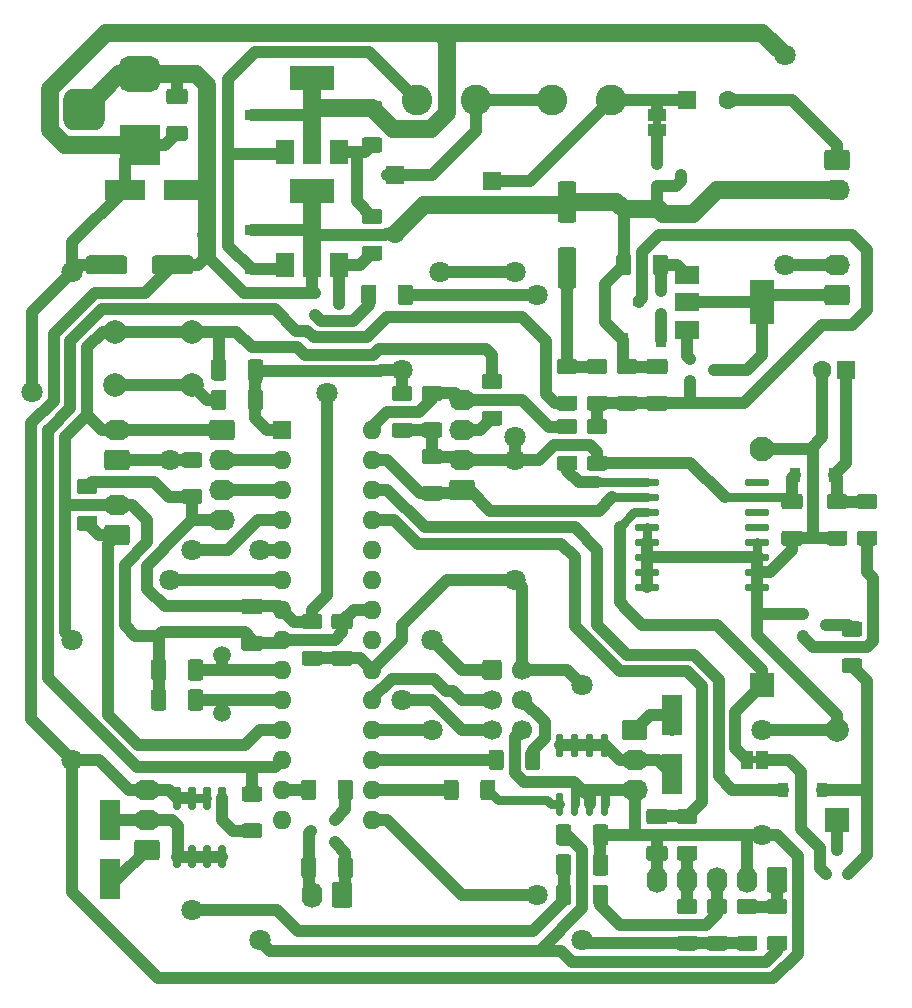
<source format=gbr>
%TF.GenerationSoftware,KiCad,Pcbnew,5.1.10-88a1d61d58~90~ubuntu20.04.1*%
%TF.CreationDate,2022-03-27T14:13:16+02:00*%
%TF.ProjectId,AlarmClock,416c6172-6d43-46c6-9f63-6b2e6b696361,rev?*%
%TF.SameCoordinates,PX8eeaea0PY6a95280*%
%TF.FileFunction,Copper,L2,Bot*%
%TF.FilePolarity,Positive*%
%FSLAX46Y46*%
G04 Gerber Fmt 4.6, Leading zero omitted, Abs format (unit mm)*
G04 Created by KiCad (PCBNEW 5.1.10-88a1d61d58~90~ubuntu20.04.1) date 2022-03-27 14:13:16*
%MOMM*%
%LPD*%
G01*
G04 APERTURE LIST*
%TA.AperFunction,EtchedComponent*%
%ADD10C,0.100000*%
%TD*%
%TA.AperFunction,SMDPad,CuDef*%
%ADD11R,3.500000X1.800000*%
%TD*%
%TA.AperFunction,ComponentPad*%
%ADD12O,1.740000X2.190000*%
%TD*%
%TA.AperFunction,SMDPad,CuDef*%
%ADD13R,0.900000X1.200000*%
%TD*%
%TA.AperFunction,SMDPad,CuDef*%
%ADD14R,1.800000X3.500000*%
%TD*%
%TA.AperFunction,ComponentPad*%
%ADD15C,1.500000*%
%TD*%
%TA.AperFunction,ComponentPad*%
%ADD16O,1.600000X1.600000*%
%TD*%
%TA.AperFunction,ComponentPad*%
%ADD17R,1.600000X1.600000*%
%TD*%
%TA.AperFunction,ComponentPad*%
%ADD18C,2.000000*%
%TD*%
%TA.AperFunction,ComponentPad*%
%ADD19O,2.190000X1.740000*%
%TD*%
%TA.AperFunction,SMDPad,CuDef*%
%ADD20R,0.900000X0.800000*%
%TD*%
%TA.AperFunction,SMDPad,CuDef*%
%ADD21R,1.500000X2.000000*%
%TD*%
%TA.AperFunction,SMDPad,CuDef*%
%ADD22R,3.800000X2.000000*%
%TD*%
%TA.AperFunction,SMDPad,CuDef*%
%ADD23R,2.000000X1.500000*%
%TD*%
%TA.AperFunction,SMDPad,CuDef*%
%ADD24R,2.000000X3.800000*%
%TD*%
%TA.AperFunction,SMDPad,CuDef*%
%ADD25R,0.800000X0.900000*%
%TD*%
%TA.AperFunction,ComponentPad*%
%ADD26C,2.600000*%
%TD*%
%TA.AperFunction,SMDPad,CuDef*%
%ADD27R,1.500000X1.000000*%
%TD*%
%TA.AperFunction,SMDPad,CuDef*%
%ADD28R,1.000000X1.500000*%
%TD*%
%TA.AperFunction,ComponentPad*%
%ADD29C,1.700000*%
%TD*%
%TA.AperFunction,ComponentPad*%
%ADD30R,3.500000X3.500000*%
%TD*%
%TA.AperFunction,SMDPad,CuDef*%
%ADD31R,1.200000X0.900000*%
%TD*%
%TA.AperFunction,ComponentPad*%
%ADD32C,1.600000*%
%TD*%
%TA.AperFunction,ComponentPad*%
%ADD33R,2.000000X2.000000*%
%TD*%
%TA.AperFunction,ComponentPad*%
%ADD34C,2.100000*%
%TD*%
%TA.AperFunction,ComponentPad*%
%ADD35R,2.100000X2.100000*%
%TD*%
%TA.AperFunction,ViaPad*%
%ADD36C,1.800000*%
%TD*%
%TA.AperFunction,Conductor*%
%ADD37C,1.000000*%
%TD*%
%TA.AperFunction,Conductor*%
%ADD38C,1.500000*%
%TD*%
%TA.AperFunction,Conductor*%
%ADD39C,0.800000*%
%TD*%
G04 APERTURE END LIST*
D10*
%TO.C,JP2*%
G36*
X18750000Y33920000D02*
G01*
X18750000Y33420000D01*
X19350000Y33420000D01*
X19350000Y33920000D01*
X18750000Y33920000D01*
G37*
%TO.C,JP1*%
G36*
X27070000Y-20620000D02*
G01*
X27570000Y-20620000D01*
X27570000Y-20020000D01*
X27070000Y-20020000D01*
X27070000Y-20620000D01*
G37*
%TD*%
D11*
%TO.P,D9,1*%
%TO.N,+5V*%
X-26035000Y27940000D03*
%TO.P,D9,2*%
%TO.N,GND*%
X-21035000Y27940000D03*
%TD*%
%TO.P,JP7,2*%
%TO.N,+5V*%
%TA.AperFunction,SMDPad,CuDef*%
G36*
G01*
X-9535000Y-9260000D02*
X-10785000Y-9260000D01*
G75*
G02*
X-11035000Y-9010000I0J250000D01*
G01*
X-11035000Y-8210000D01*
G75*
G02*
X-10785000Y-7960000I250000J0D01*
G01*
X-9535000Y-7960000D01*
G75*
G02*
X-9285000Y-8210000I0J-250000D01*
G01*
X-9285000Y-9010000D01*
G75*
G02*
X-9535000Y-9260000I-250000J0D01*
G01*
G37*
%TD.AperFunction*%
%TO.P,JP7,1*%
%TA.AperFunction,SMDPad,CuDef*%
G36*
G01*
X-9535000Y-12360000D02*
X-10785000Y-12360000D01*
G75*
G02*
X-11035000Y-12110000I0J250000D01*
G01*
X-11035000Y-11310000D01*
G75*
G02*
X-10785000Y-11060000I250000J0D01*
G01*
X-9535000Y-11060000D01*
G75*
G02*
X-9285000Y-11310000I0J-250000D01*
G01*
X-9285000Y-12110000D01*
G75*
G02*
X-9535000Y-12360000I-250000J0D01*
G01*
G37*
%TD.AperFunction*%
%TD*%
%TO.P,JP6,2*%
%TO.N,Net-(J2-Pad3)*%
%TA.AperFunction,SMDPad,CuDef*%
G36*
G01*
X4455000Y9260000D02*
X5705000Y9260000D01*
G75*
G02*
X5955000Y9010000I0J-250000D01*
G01*
X5955000Y8210000D01*
G75*
G02*
X5705000Y7960000I-250000J0D01*
G01*
X4455000Y7960000D01*
G75*
G02*
X4205000Y8210000I0J250000D01*
G01*
X4205000Y9010000D01*
G75*
G02*
X4455000Y9260000I250000J0D01*
G01*
G37*
%TD.AperFunction*%
%TO.P,JP6,1*%
%TO.N,GND*%
%TA.AperFunction,SMDPad,CuDef*%
G36*
G01*
X4455000Y12360000D02*
X5705000Y12360000D01*
G75*
G02*
X5955000Y12110000I0J-250000D01*
G01*
X5955000Y11310000D01*
G75*
G02*
X5705000Y11060000I-250000J0D01*
G01*
X4455000Y11060000D01*
G75*
G02*
X4205000Y11310000I0J250000D01*
G01*
X4205000Y12110000D01*
G75*
G02*
X4455000Y12360000I250000J0D01*
G01*
G37*
%TD.AperFunction*%
%TD*%
%TO.P,JP5,1*%
%TO.N,Net-(J4-Pad4)*%
%TA.AperFunction,SMDPad,CuDef*%
G36*
G01*
X9185000Y-19695000D02*
X9185000Y-20945000D01*
G75*
G02*
X8935000Y-21195000I-250000J0D01*
G01*
X8135000Y-21195000D01*
G75*
G02*
X7885000Y-20945000I0J250000D01*
G01*
X7885000Y-19695000D01*
G75*
G02*
X8135000Y-19445000I250000J0D01*
G01*
X8935000Y-19445000D01*
G75*
G02*
X9185000Y-19695000I0J-250000D01*
G01*
G37*
%TD.AperFunction*%
%TO.P,JP5,2*%
%TO.N,/MOSI*%
%TA.AperFunction,SMDPad,CuDef*%
G36*
G01*
X6085000Y-19695000D02*
X6085000Y-20945000D01*
G75*
G02*
X5835000Y-21195000I-250000J0D01*
G01*
X5035000Y-21195000D01*
G75*
G02*
X4785000Y-20945000I0J250000D01*
G01*
X4785000Y-19695000D01*
G75*
G02*
X5035000Y-19445000I250000J0D01*
G01*
X5835000Y-19445000D01*
G75*
G02*
X6085000Y-19695000I0J-250000D01*
G01*
G37*
%TD.AperFunction*%
%TD*%
%TO.P,R26,2*%
%TO.N,Net-(R26-Pad2)*%
%TA.AperFunction,SMDPad,CuDef*%
G36*
G01*
X20965000Y-27570000D02*
X22215000Y-27570000D01*
G75*
G02*
X22465000Y-27820000I0J-250000D01*
G01*
X22465000Y-28620000D01*
G75*
G02*
X22215000Y-28870000I-250000J0D01*
G01*
X20965000Y-28870000D01*
G75*
G02*
X20715000Y-28620000I0J250000D01*
G01*
X20715000Y-27820000D01*
G75*
G02*
X20965000Y-27570000I250000J0D01*
G01*
G37*
%TD.AperFunction*%
%TO.P,R26,1*%
%TO.N,/enc_sw*%
%TA.AperFunction,SMDPad,CuDef*%
G36*
G01*
X20965000Y-24470000D02*
X22215000Y-24470000D01*
G75*
G02*
X22465000Y-24720000I0J-250000D01*
G01*
X22465000Y-25520000D01*
G75*
G02*
X22215000Y-25770000I-250000J0D01*
G01*
X20965000Y-25770000D01*
G75*
G02*
X20715000Y-25520000I0J250000D01*
G01*
X20715000Y-24720000D01*
G75*
G02*
X20965000Y-24470000I250000J0D01*
G01*
G37*
%TD.AperFunction*%
%TD*%
D12*
%TO.P,SW3,S2*%
%TO.N,GND*%
X19050000Y-30480000D03*
%TO.P,SW3,S1*%
%TO.N,Net-(R26-Pad2)*%
X21590000Y-30480000D03*
%TO.P,SW3,B*%
%TO.N,Net-(R25-Pad1)*%
X24130000Y-30480000D03*
%TO.P,SW3,C*%
%TO.N,GND*%
X26670000Y-30480000D03*
%TO.P,SW3,A*%
%TO.N,Net-(R24-Pad1)*%
%TA.AperFunction,ComponentPad*%
G36*
G01*
X30080000Y-29635559D02*
X30080000Y-31324441D01*
G75*
G02*
X29829441Y-31575000I-250559J0D01*
G01*
X28590559Y-31575000D01*
G75*
G02*
X28340000Y-31324441I0J250559D01*
G01*
X28340000Y-29635559D01*
G75*
G02*
X28590559Y-29385000I250559J0D01*
G01*
X29829441Y-29385000D01*
G75*
G02*
X30080000Y-29635559I0J-250559D01*
G01*
G37*
%TD.AperFunction*%
%TD*%
%TO.P,R25,2*%
%TO.N,/enc_clk*%
%TA.AperFunction,SMDPad,CuDef*%
G36*
G01*
X11800000Y-31125000D02*
X11800000Y-32375000D01*
G75*
G02*
X11550000Y-32625000I-250000J0D01*
G01*
X10750000Y-32625000D01*
G75*
G02*
X10500000Y-32375000I0J250000D01*
G01*
X10500000Y-31125000D01*
G75*
G02*
X10750000Y-30875000I250000J0D01*
G01*
X11550000Y-30875000D01*
G75*
G02*
X11800000Y-31125000I0J-250000D01*
G01*
G37*
%TD.AperFunction*%
%TO.P,R25,1*%
%TO.N,Net-(R25-Pad1)*%
%TA.AperFunction,SMDPad,CuDef*%
G36*
G01*
X14900000Y-31125000D02*
X14900000Y-32375000D01*
G75*
G02*
X14650000Y-32625000I-250000J0D01*
G01*
X13850000Y-32625000D01*
G75*
G02*
X13600000Y-32375000I0J250000D01*
G01*
X13600000Y-31125000D01*
G75*
G02*
X13850000Y-30875000I250000J0D01*
G01*
X14650000Y-30875000D01*
G75*
G02*
X14900000Y-31125000I0J-250000D01*
G01*
G37*
%TD.AperFunction*%
%TD*%
%TO.P,R24,2*%
%TO.N,/enc_dt*%
%TA.AperFunction,SMDPad,CuDef*%
G36*
G01*
X28585000Y-35190000D02*
X29835000Y-35190000D01*
G75*
G02*
X30085000Y-35440000I0J-250000D01*
G01*
X30085000Y-36240000D01*
G75*
G02*
X29835000Y-36490000I-250000J0D01*
G01*
X28585000Y-36490000D01*
G75*
G02*
X28335000Y-36240000I0J250000D01*
G01*
X28335000Y-35440000D01*
G75*
G02*
X28585000Y-35190000I250000J0D01*
G01*
G37*
%TD.AperFunction*%
%TO.P,R24,1*%
%TO.N,Net-(R24-Pad1)*%
%TA.AperFunction,SMDPad,CuDef*%
G36*
G01*
X28585000Y-32090000D02*
X29835000Y-32090000D01*
G75*
G02*
X30085000Y-32340000I0J-250000D01*
G01*
X30085000Y-33140000D01*
G75*
G02*
X29835000Y-33390000I-250000J0D01*
G01*
X28585000Y-33390000D01*
G75*
G02*
X28335000Y-33140000I0J250000D01*
G01*
X28335000Y-32340000D01*
G75*
G02*
X28585000Y-32090000I250000J0D01*
G01*
G37*
%TD.AperFunction*%
%TD*%
%TO.P,C2,2*%
%TO.N,GND*%
%TA.AperFunction,SMDPad,CuDef*%
G36*
G01*
X13600000Y-29860001D02*
X13600000Y-28559999D01*
G75*
G02*
X13849999Y-28310000I249999J0D01*
G01*
X14675001Y-28310000D01*
G75*
G02*
X14925000Y-28559999I0J-249999D01*
G01*
X14925000Y-29860001D01*
G75*
G02*
X14675001Y-30110000I-249999J0D01*
G01*
X13849999Y-30110000D01*
G75*
G02*
X13600000Y-29860001I0J249999D01*
G01*
G37*
%TD.AperFunction*%
%TO.P,C2,1*%
%TO.N,/enc_clk*%
%TA.AperFunction,SMDPad,CuDef*%
G36*
G01*
X10475000Y-29860001D02*
X10475000Y-28559999D01*
G75*
G02*
X10724999Y-28310000I249999J0D01*
G01*
X11550001Y-28310000D01*
G75*
G02*
X11800000Y-28559999I0J-249999D01*
G01*
X11800000Y-29860001D01*
G75*
G02*
X11550001Y-30110000I-249999J0D01*
G01*
X10724999Y-30110000D01*
G75*
G02*
X10475000Y-29860001I0J249999D01*
G01*
G37*
%TD.AperFunction*%
%TD*%
%TO.P,C1,2*%
%TO.N,GND*%
%TA.AperFunction,SMDPad,CuDef*%
G36*
G01*
X13600000Y-27320001D02*
X13600000Y-26019999D01*
G75*
G02*
X13849999Y-25770000I249999J0D01*
G01*
X14675001Y-25770000D01*
G75*
G02*
X14925000Y-26019999I0J-249999D01*
G01*
X14925000Y-27320001D01*
G75*
G02*
X14675001Y-27570000I-249999J0D01*
G01*
X13849999Y-27570000D01*
G75*
G02*
X13600000Y-27320001I0J249999D01*
G01*
G37*
%TD.AperFunction*%
%TO.P,C1,1*%
%TO.N,/enc_dt*%
%TA.AperFunction,SMDPad,CuDef*%
G36*
G01*
X10475000Y-27320001D02*
X10475000Y-26019999D01*
G75*
G02*
X10724999Y-25770000I249999J0D01*
G01*
X11550001Y-25770000D01*
G75*
G02*
X11800000Y-26019999I0J-249999D01*
G01*
X11800000Y-27320001D01*
G75*
G02*
X11550001Y-27570000I-249999J0D01*
G01*
X10724999Y-27570000D01*
G75*
G02*
X10475000Y-27320001I0J249999D01*
G01*
G37*
%TD.AperFunction*%
%TD*%
%TO.P,JP4,2*%
%TO.N,Net-(JP4-Pad2)*%
%TA.AperFunction,SMDPad,CuDef*%
G36*
G01*
X10805000Y5450000D02*
X12055000Y5450000D01*
G75*
G02*
X12305000Y5200000I0J-250000D01*
G01*
X12305000Y4400000D01*
G75*
G02*
X12055000Y4150000I-250000J0D01*
G01*
X10805000Y4150000D01*
G75*
G02*
X10555000Y4400000I0J250000D01*
G01*
X10555000Y5200000D01*
G75*
G02*
X10805000Y5450000I250000J0D01*
G01*
G37*
%TD.AperFunction*%
%TO.P,JP4,1*%
%TO.N,/SCL*%
%TA.AperFunction,SMDPad,CuDef*%
G36*
G01*
X10805000Y8550000D02*
X12055000Y8550000D01*
G75*
G02*
X12305000Y8300000I0J-250000D01*
G01*
X12305000Y7500000D01*
G75*
G02*
X12055000Y7250000I-250000J0D01*
G01*
X10805000Y7250000D01*
G75*
G02*
X10555000Y7500000I0J250000D01*
G01*
X10555000Y8300000D01*
G75*
G02*
X10805000Y8550000I250000J0D01*
G01*
G37*
%TD.AperFunction*%
%TD*%
%TO.P,JP3,2*%
%TO.N,Net-(JP3-Pad2)*%
%TA.AperFunction,SMDPad,CuDef*%
G36*
G01*
X-4455000Y25030000D02*
X-5705000Y25030000D01*
G75*
G02*
X-5955000Y25280000I0J250000D01*
G01*
X-5955000Y26080000D01*
G75*
G02*
X-5705000Y26330000I250000J0D01*
G01*
X-4455000Y26330000D01*
G75*
G02*
X-4205000Y26080000I0J-250000D01*
G01*
X-4205000Y25280000D01*
G75*
G02*
X-4455000Y25030000I-250000J0D01*
G01*
G37*
%TD.AperFunction*%
%TO.P,JP3,1*%
%TO.N,Net-(JP3-Pad1)*%
%TA.AperFunction,SMDPad,CuDef*%
G36*
G01*
X-4455000Y21930000D02*
X-5705000Y21930000D01*
G75*
G02*
X-5955000Y22180000I0J250000D01*
G01*
X-5955000Y22980000D01*
G75*
G02*
X-5705000Y23230000I250000J0D01*
G01*
X-4455000Y23230000D01*
G75*
G02*
X-4205000Y22980000I0J-250000D01*
G01*
X-4205000Y22180000D01*
G75*
G02*
X-4455000Y21930000I-250000J0D01*
G01*
G37*
%TD.AperFunction*%
%TD*%
%TO.P,R10,2*%
%TO.N,Net-(D1-Pad1)*%
%TA.AperFunction,SMDPad,CuDef*%
G36*
G01*
X34935000Y-11695000D02*
X36185000Y-11695000D01*
G75*
G02*
X36435000Y-11945000I0J-250000D01*
G01*
X36435000Y-12745000D01*
G75*
G02*
X36185000Y-12995000I-250000J0D01*
G01*
X34935000Y-12995000D01*
G75*
G02*
X34685000Y-12745000I0J250000D01*
G01*
X34685000Y-11945000D01*
G75*
G02*
X34935000Y-11695000I250000J0D01*
G01*
G37*
%TD.AperFunction*%
%TO.P,R10,1*%
%TO.N,Net-(Q3-Pad3)*%
%TA.AperFunction,SMDPad,CuDef*%
G36*
G01*
X34935000Y-8595000D02*
X36185000Y-8595000D01*
G75*
G02*
X36435000Y-8845000I0J-250000D01*
G01*
X36435000Y-9645000D01*
G75*
G02*
X36185000Y-9895000I-250000J0D01*
G01*
X34935000Y-9895000D01*
G75*
G02*
X34685000Y-9645000I0J250000D01*
G01*
X34685000Y-8845000D01*
G75*
G02*
X34935000Y-8595000I250000J0D01*
G01*
G37*
%TD.AperFunction*%
%TD*%
D13*
%TO.P,D1,2*%
%TO.N,/buzzer*%
X29720000Y-22860000D03*
%TO.P,D1,1*%
%TO.N,Net-(D1-Pad1)*%
X33020000Y-22860000D03*
%TD*%
D14*
%TO.P,D4,2*%
%TO.N,Net-(D4-Pad2)*%
X20320000Y-21510000D03*
%TO.P,D4,1*%
%TO.N,Net-(D4-Pad1)*%
X20320000Y-16510000D03*
%TD*%
%TO.P,D3,2*%
%TO.N,Net-(D3-Pad2)*%
X-27305000Y-25440000D03*
%TO.P,D3,1*%
%TO.N,Net-(D3-Pad1)*%
X-27305000Y-30440000D03*
%TD*%
D15*
%TO.P,Y1,2*%
%TO.N,Net-(C11-Pad1)*%
X-17780000Y-16310000D03*
%TO.P,Y1,1*%
%TO.N,Net-(C10-Pad2)*%
X-17780000Y-11430000D03*
%TD*%
D16*
%TO.P,U2,28*%
%TO.N,/SCL*%
X-5080000Y7620000D03*
%TO.P,U2,14*%
%TO.N,Net-(U2-Pad14)*%
X-12700000Y-25400000D03*
%TO.P,U2,27*%
%TO.N,/SDA*%
X-5080000Y5080000D03*
%TO.P,U2,13*%
%TO.N,/LCD_BLU*%
X-12700000Y-22860000D03*
%TO.P,U2,26*%
%TO.N,/buzzer*%
X-5080000Y2540000D03*
%TO.P,U2,12*%
%TO.N,/ambient*%
X-12700000Y-20320000D03*
%TO.P,U2,25*%
%TO.N,/enc_sw*%
X-5080000Y0D03*
%TO.P,U2,11*%
%TO.N,/BTN_stop*%
X-12700000Y-17780000D03*
%TO.P,U2,24*%
%TO.N,Net-(U2-Pad24)*%
X-5080000Y-2540000D03*
%TO.P,U2,10*%
%TO.N,Net-(C11-Pad1)*%
X-12700000Y-15240000D03*
%TO.P,U2,23*%
%TO.N,Net-(U2-Pad23)*%
X-5080000Y-5080000D03*
%TO.P,U2,9*%
%TO.N,Net-(C10-Pad2)*%
X-12700000Y-12700000D03*
%TO.P,U2,22*%
%TO.N,GND*%
X-5080000Y-7620000D03*
%TO.P,U2,8*%
X-12700000Y-10160000D03*
%TO.P,U2,21*%
%TO.N,Net-(U2-Pad21)*%
X-5080000Y-10160000D03*
%TO.P,U2,7*%
%TO.N,+5V*%
X-12700000Y-7620000D03*
%TO.P,U2,20*%
X-5080000Y-12700000D03*
%TO.P,U2,6*%
%TO.N,/BTN_snooze*%
X-12700000Y-5080000D03*
%TO.P,U2,19*%
%TO.N,/SCK*%
X-5080000Y-15240000D03*
%TO.P,U2,5*%
%TO.N,/enc_dt*%
X-12700000Y-2540000D03*
%TO.P,U2,18*%
%TO.N,/MISO*%
X-5080000Y-17780000D03*
%TO.P,U2,4*%
%TO.N,/enc_clk*%
X-12700000Y0D03*
%TO.P,U2,17*%
%TO.N,/MOSI*%
X-5080000Y-20320000D03*
%TO.P,U2,3*%
%TO.N,/TX*%
X-12700000Y2540000D03*
%TO.P,U2,16*%
%TO.N,/lamp*%
X-5080000Y-22860000D03*
%TO.P,U2,2*%
%TO.N,/RX*%
X-12700000Y5080000D03*
%TO.P,U2,15*%
%TO.N,/audio*%
X-5080000Y-25400000D03*
D17*
%TO.P,U2,1*%
%TO.N,/!RST*%
X-12700000Y7620000D03*
%TD*%
%TO.P,U1,16*%
%TO.N,Net-(JP4-Pad2)*%
%TA.AperFunction,SMDPad,CuDef*%
G36*
G01*
X19235000Y3325000D02*
X19235000Y3025000D01*
G75*
G02*
X19085000Y2875000I-150000J0D01*
G01*
X17335000Y2875000D01*
G75*
G02*
X17185000Y3025000I0J150000D01*
G01*
X17185000Y3325000D01*
G75*
G02*
X17335000Y3475000I150000J0D01*
G01*
X19085000Y3475000D01*
G75*
G02*
X19235000Y3325000I0J-150000D01*
G01*
G37*
%TD.AperFunction*%
%TO.P,U1,15*%
%TO.N,/SDA*%
%TA.AperFunction,SMDPad,CuDef*%
G36*
G01*
X19235000Y2055000D02*
X19235000Y1755000D01*
G75*
G02*
X19085000Y1605000I-150000J0D01*
G01*
X17335000Y1605000D01*
G75*
G02*
X17185000Y1755000I0J150000D01*
G01*
X17185000Y2055000D01*
G75*
G02*
X17335000Y2205000I150000J0D01*
G01*
X19085000Y2205000D01*
G75*
G02*
X19235000Y2055000I0J-150000D01*
G01*
G37*
%TD.AperFunction*%
%TO.P,U1,14*%
%TO.N,Net-(BT1-Pad1)*%
%TA.AperFunction,SMDPad,CuDef*%
G36*
G01*
X19235000Y785000D02*
X19235000Y485000D01*
G75*
G02*
X19085000Y335000I-150000J0D01*
G01*
X17335000Y335000D01*
G75*
G02*
X17185000Y485000I0J150000D01*
G01*
X17185000Y785000D01*
G75*
G02*
X17335000Y935000I150000J0D01*
G01*
X19085000Y935000D01*
G75*
G02*
X19235000Y785000I0J-150000D01*
G01*
G37*
%TD.AperFunction*%
%TO.P,U1,13*%
%TO.N,GND*%
%TA.AperFunction,SMDPad,CuDef*%
G36*
G01*
X19235000Y-485000D02*
X19235000Y-785000D01*
G75*
G02*
X19085000Y-935000I-150000J0D01*
G01*
X17335000Y-935000D01*
G75*
G02*
X17185000Y-785000I0J150000D01*
G01*
X17185000Y-485000D01*
G75*
G02*
X17335000Y-335000I150000J0D01*
G01*
X19085000Y-335000D01*
G75*
G02*
X19235000Y-485000I0J-150000D01*
G01*
G37*
%TD.AperFunction*%
%TO.P,U1,12*%
%TA.AperFunction,SMDPad,CuDef*%
G36*
G01*
X19235000Y-1755000D02*
X19235000Y-2055000D01*
G75*
G02*
X19085000Y-2205000I-150000J0D01*
G01*
X17335000Y-2205000D01*
G75*
G02*
X17185000Y-2055000I0J150000D01*
G01*
X17185000Y-1755000D01*
G75*
G02*
X17335000Y-1605000I150000J0D01*
G01*
X19085000Y-1605000D01*
G75*
G02*
X19235000Y-1755000I0J-150000D01*
G01*
G37*
%TD.AperFunction*%
%TO.P,U1,11*%
%TA.AperFunction,SMDPad,CuDef*%
G36*
G01*
X19235000Y-3025000D02*
X19235000Y-3325000D01*
G75*
G02*
X19085000Y-3475000I-150000J0D01*
G01*
X17335000Y-3475000D01*
G75*
G02*
X17185000Y-3325000I0J150000D01*
G01*
X17185000Y-3025000D01*
G75*
G02*
X17335000Y-2875000I150000J0D01*
G01*
X19085000Y-2875000D01*
G75*
G02*
X19235000Y-3025000I0J-150000D01*
G01*
G37*
%TD.AperFunction*%
%TO.P,U1,10*%
%TA.AperFunction,SMDPad,CuDef*%
G36*
G01*
X19235000Y-4295000D02*
X19235000Y-4595000D01*
G75*
G02*
X19085000Y-4745000I-150000J0D01*
G01*
X17335000Y-4745000D01*
G75*
G02*
X17185000Y-4595000I0J150000D01*
G01*
X17185000Y-4295000D01*
G75*
G02*
X17335000Y-4145000I150000J0D01*
G01*
X19085000Y-4145000D01*
G75*
G02*
X19235000Y-4295000I0J-150000D01*
G01*
G37*
%TD.AperFunction*%
%TO.P,U1,9*%
%TA.AperFunction,SMDPad,CuDef*%
G36*
G01*
X19235000Y-5565000D02*
X19235000Y-5865000D01*
G75*
G02*
X19085000Y-6015000I-150000J0D01*
G01*
X17335000Y-6015000D01*
G75*
G02*
X17185000Y-5865000I0J150000D01*
G01*
X17185000Y-5565000D01*
G75*
G02*
X17335000Y-5415000I150000J0D01*
G01*
X19085000Y-5415000D01*
G75*
G02*
X19235000Y-5565000I0J-150000D01*
G01*
G37*
%TD.AperFunction*%
%TO.P,U1,8*%
%TA.AperFunction,SMDPad,CuDef*%
G36*
G01*
X28535000Y-5565000D02*
X28535000Y-5865000D01*
G75*
G02*
X28385000Y-6015000I-150000J0D01*
G01*
X26635000Y-6015000D01*
G75*
G02*
X26485000Y-5865000I0J150000D01*
G01*
X26485000Y-5565000D01*
G75*
G02*
X26635000Y-5415000I150000J0D01*
G01*
X28385000Y-5415000D01*
G75*
G02*
X28535000Y-5565000I0J-150000D01*
G01*
G37*
%TD.AperFunction*%
%TO.P,U1,7*%
%TA.AperFunction,SMDPad,CuDef*%
G36*
G01*
X28535000Y-4295000D02*
X28535000Y-4595000D01*
G75*
G02*
X28385000Y-4745000I-150000J0D01*
G01*
X26635000Y-4745000D01*
G75*
G02*
X26485000Y-4595000I0J150000D01*
G01*
X26485000Y-4295000D01*
G75*
G02*
X26635000Y-4145000I150000J0D01*
G01*
X28385000Y-4145000D01*
G75*
G02*
X28535000Y-4295000I0J-150000D01*
G01*
G37*
%TD.AperFunction*%
%TO.P,U1,6*%
%TA.AperFunction,SMDPad,CuDef*%
G36*
G01*
X28535000Y-3025000D02*
X28535000Y-3325000D01*
G75*
G02*
X28385000Y-3475000I-150000J0D01*
G01*
X26635000Y-3475000D01*
G75*
G02*
X26485000Y-3325000I0J150000D01*
G01*
X26485000Y-3025000D01*
G75*
G02*
X26635000Y-2875000I150000J0D01*
G01*
X28385000Y-2875000D01*
G75*
G02*
X28535000Y-3025000I0J-150000D01*
G01*
G37*
%TD.AperFunction*%
%TO.P,U1,5*%
%TA.AperFunction,SMDPad,CuDef*%
G36*
G01*
X28535000Y-1755000D02*
X28535000Y-2055000D01*
G75*
G02*
X28385000Y-2205000I-150000J0D01*
G01*
X26635000Y-2205000D01*
G75*
G02*
X26485000Y-2055000I0J150000D01*
G01*
X26485000Y-1755000D01*
G75*
G02*
X26635000Y-1605000I150000J0D01*
G01*
X28385000Y-1605000D01*
G75*
G02*
X28535000Y-1755000I0J-150000D01*
G01*
G37*
%TD.AperFunction*%
%TO.P,U1,4*%
%TO.N,Net-(U1-Pad4)*%
%TA.AperFunction,SMDPad,CuDef*%
G36*
G01*
X28535000Y-485000D02*
X28535000Y-785000D01*
G75*
G02*
X28385000Y-935000I-150000J0D01*
G01*
X26635000Y-935000D01*
G75*
G02*
X26485000Y-785000I0J150000D01*
G01*
X26485000Y-485000D01*
G75*
G02*
X26635000Y-335000I150000J0D01*
G01*
X28385000Y-335000D01*
G75*
G02*
X28535000Y-485000I0J-150000D01*
G01*
G37*
%TD.AperFunction*%
%TO.P,U1,3*%
%TO.N,Net-(U1-Pad3)*%
%TA.AperFunction,SMDPad,CuDef*%
G36*
G01*
X28535000Y785000D02*
X28535000Y485000D01*
G75*
G02*
X28385000Y335000I-150000J0D01*
G01*
X26635000Y335000D01*
G75*
G02*
X26485000Y485000I0J150000D01*
G01*
X26485000Y785000D01*
G75*
G02*
X26635000Y935000I150000J0D01*
G01*
X28385000Y935000D01*
G75*
G02*
X28535000Y785000I0J-150000D01*
G01*
G37*
%TD.AperFunction*%
%TO.P,U1,2*%
%TO.N,+5V*%
%TA.AperFunction,SMDPad,CuDef*%
G36*
G01*
X28535000Y2055000D02*
X28535000Y1755000D01*
G75*
G02*
X28385000Y1605000I-150000J0D01*
G01*
X26635000Y1605000D01*
G75*
G02*
X26485000Y1755000I0J150000D01*
G01*
X26485000Y2055000D01*
G75*
G02*
X26635000Y2205000I150000J0D01*
G01*
X28385000Y2205000D01*
G75*
G02*
X28535000Y2055000I0J-150000D01*
G01*
G37*
%TD.AperFunction*%
%TO.P,U1,1*%
%TO.N,Net-(U1-Pad1)*%
%TA.AperFunction,SMDPad,CuDef*%
G36*
G01*
X28535000Y3325000D02*
X28535000Y3025000D01*
G75*
G02*
X28385000Y2875000I-150000J0D01*
G01*
X26635000Y2875000D01*
G75*
G02*
X26485000Y3025000I0J150000D01*
G01*
X26485000Y3325000D01*
G75*
G02*
X26635000Y3475000I150000J0D01*
G01*
X28385000Y3475000D01*
G75*
G02*
X28535000Y3325000I0J-150000D01*
G01*
G37*
%TD.AperFunction*%
%TD*%
D18*
%TO.P,SW4,1*%
%TO.N,Net-(R14-Pad1)*%
X-26820000Y11430000D03*
%TO.P,SW4,2*%
%TO.N,GND*%
X-26820000Y15930000D03*
%TO.P,SW4,1*%
%TO.N,Net-(R14-Pad1)*%
X-20320000Y11430000D03*
%TO.P,SW4,2*%
%TO.N,GND*%
X-20320000Y15930000D03*
%TD*%
D19*
%TO.P,SW2,2*%
%TO.N,GND*%
X-26670000Y7620000D03*
%TO.P,SW2,1*%
%TO.N,/BTN_snooze*%
%TA.AperFunction,ComponentPad*%
G36*
G01*
X-25824999Y4210000D02*
X-27515001Y4210000D01*
G75*
G02*
X-27765000Y4459999I0J249999D01*
G01*
X-27765000Y5700001D01*
G75*
G02*
X-27515001Y5950000I249999J0D01*
G01*
X-25824999Y5950000D01*
G75*
G02*
X-25575000Y5700001I0J-249999D01*
G01*
X-25575000Y4459999D01*
G75*
G02*
X-25824999Y4210000I-249999J0D01*
G01*
G37*
%TD.AperFunction*%
%TD*%
%TO.P,SW1,2*%
%TO.N,GND*%
X-26670000Y1270000D03*
%TO.P,SW1,1*%
%TO.N,/BTN_stop*%
%TA.AperFunction,ComponentPad*%
G36*
G01*
X-25824999Y-2140000D02*
X-27515001Y-2140000D01*
G75*
G02*
X-27765000Y-1890001I0J249999D01*
G01*
X-27765000Y-649999D01*
G75*
G02*
X-27515001Y-400000I249999J0D01*
G01*
X-25824999Y-400000D01*
G75*
G02*
X-25575000Y-649999I0J-249999D01*
G01*
X-25575000Y-1890001D01*
G75*
G02*
X-25824999Y-2140000I-249999J0D01*
G01*
G37*
%TD.AperFunction*%
%TD*%
%TO.P,R23,2*%
%TO.N,Net-(JP3-Pad2)*%
%TA.AperFunction,SMDPad,CuDef*%
G36*
G01*
X-5705000Y32400000D02*
X-4455000Y32400000D01*
G75*
G02*
X-4205000Y32150000I0J-250000D01*
G01*
X-4205000Y31350000D01*
G75*
G02*
X-4455000Y31100000I-250000J0D01*
G01*
X-5705000Y31100000D01*
G75*
G02*
X-5955000Y31350000I0J250000D01*
G01*
X-5955000Y32150000D01*
G75*
G02*
X-5705000Y32400000I250000J0D01*
G01*
G37*
%TD.AperFunction*%
%TO.P,R23,1*%
%TO.N,+5V*%
%TA.AperFunction,SMDPad,CuDef*%
G36*
G01*
X-5705000Y35500000D02*
X-4455000Y35500000D01*
G75*
G02*
X-4205000Y35250000I0J-250000D01*
G01*
X-4205000Y34450000D01*
G75*
G02*
X-4455000Y34200000I-250000J0D01*
G01*
X-5705000Y34200000D01*
G75*
G02*
X-5955000Y34450000I0J250000D01*
G01*
X-5955000Y35250000D01*
G75*
G02*
X-5705000Y35500000I250000J0D01*
G01*
G37*
%TD.AperFunction*%
%TD*%
%TO.P,R22,2*%
%TO.N,/audio*%
%TA.AperFunction,SMDPad,CuDef*%
G36*
G01*
X-2910000Y18425000D02*
X-2910000Y19675000D01*
G75*
G02*
X-2660000Y19925000I250000J0D01*
G01*
X-1860000Y19925000D01*
G75*
G02*
X-1610000Y19675000I0J-250000D01*
G01*
X-1610000Y18425000D01*
G75*
G02*
X-1860000Y18175000I-250000J0D01*
G01*
X-2660000Y18175000D01*
G75*
G02*
X-2910000Y18425000I0J250000D01*
G01*
G37*
%TD.AperFunction*%
%TO.P,R22,1*%
%TO.N,Net-(Q9-Pad1)*%
%TA.AperFunction,SMDPad,CuDef*%
G36*
G01*
X-6010000Y18425000D02*
X-6010000Y19675000D01*
G75*
G02*
X-5760000Y19925000I250000J0D01*
G01*
X-4960000Y19925000D01*
G75*
G02*
X-4710000Y19675000I0J-250000D01*
G01*
X-4710000Y18425000D01*
G75*
G02*
X-4960000Y18175000I-250000J0D01*
G01*
X-5760000Y18175000D01*
G75*
G02*
X-6010000Y18425000I0J250000D01*
G01*
G37*
%TD.AperFunction*%
%TD*%
%TO.P,R21,2*%
%TO.N,GND*%
%TA.AperFunction,SMDPad,CuDef*%
G36*
G01*
X16880000Y22215000D02*
X16880000Y20965000D01*
G75*
G02*
X16630000Y20715000I-250000J0D01*
G01*
X15830000Y20715000D01*
G75*
G02*
X15580000Y20965000I0J250000D01*
G01*
X15580000Y22215000D01*
G75*
G02*
X15830000Y22465000I250000J0D01*
G01*
X16630000Y22465000D01*
G75*
G02*
X16880000Y22215000I0J-250000D01*
G01*
G37*
%TD.AperFunction*%
%TO.P,R21,1*%
%TO.N,Net-(Q6-Pad1)*%
%TA.AperFunction,SMDPad,CuDef*%
G36*
G01*
X19980000Y22215000D02*
X19980000Y20965000D01*
G75*
G02*
X19730000Y20715000I-250000J0D01*
G01*
X18930000Y20715000D01*
G75*
G02*
X18680000Y20965000I0J250000D01*
G01*
X18680000Y22215000D01*
G75*
G02*
X18930000Y22465000I250000J0D01*
G01*
X19730000Y22465000D01*
G75*
G02*
X19980000Y22215000I0J-250000D01*
G01*
G37*
%TD.AperFunction*%
%TD*%
%TO.P,R20,2*%
%TO.N,GND*%
%TA.AperFunction,SMDPad,CuDef*%
G36*
G01*
X17135000Y12330000D02*
X15885000Y12330000D01*
G75*
G02*
X15635000Y12580000I0J250000D01*
G01*
X15635000Y13380000D01*
G75*
G02*
X15885000Y13630000I250000J0D01*
G01*
X17135000Y13630000D01*
G75*
G02*
X17385000Y13380000I0J-250000D01*
G01*
X17385000Y12580000D01*
G75*
G02*
X17135000Y12330000I-250000J0D01*
G01*
G37*
%TD.AperFunction*%
%TO.P,R20,1*%
%TO.N,Net-(C13-Pad1)*%
%TA.AperFunction,SMDPad,CuDef*%
G36*
G01*
X17135000Y9230000D02*
X15885000Y9230000D01*
G75*
G02*
X15635000Y9480000I0J250000D01*
G01*
X15635000Y10280000D01*
G75*
G02*
X15885000Y10530000I250000J0D01*
G01*
X17135000Y10530000D01*
G75*
G02*
X17385000Y10280000I0J-250000D01*
G01*
X17385000Y9480000D01*
G75*
G02*
X17135000Y9230000I-250000J0D01*
G01*
G37*
%TD.AperFunction*%
%TD*%
%TO.P,R19,2*%
%TO.N,Net-(C13-Pad1)*%
%TA.AperFunction,SMDPad,CuDef*%
G36*
G01*
X14595000Y7250000D02*
X13345000Y7250000D01*
G75*
G02*
X13095000Y7500000I0J250000D01*
G01*
X13095000Y8300000D01*
G75*
G02*
X13345000Y8550000I250000J0D01*
G01*
X14595000Y8550000D01*
G75*
G02*
X14845000Y8300000I0J-250000D01*
G01*
X14845000Y7500000D01*
G75*
G02*
X14595000Y7250000I-250000J0D01*
G01*
G37*
%TD.AperFunction*%
%TO.P,R19,1*%
%TO.N,+5V*%
%TA.AperFunction,SMDPad,CuDef*%
G36*
G01*
X14595000Y4150000D02*
X13345000Y4150000D01*
G75*
G02*
X13095000Y4400000I0J250000D01*
G01*
X13095000Y5200000D01*
G75*
G02*
X13345000Y5450000I250000J0D01*
G01*
X14595000Y5450000D01*
G75*
G02*
X14845000Y5200000I0J-250000D01*
G01*
X14845000Y4400000D01*
G75*
G02*
X14595000Y4150000I-250000J0D01*
G01*
G37*
%TD.AperFunction*%
%TD*%
%TO.P,R18,2*%
%TO.N,Net-(C12-Pad1)*%
%TA.AperFunction,SMDPad,CuDef*%
G36*
G01*
X14595000Y12330000D02*
X13345000Y12330000D01*
G75*
G02*
X13095000Y12580000I0J250000D01*
G01*
X13095000Y13380000D01*
G75*
G02*
X13345000Y13630000I250000J0D01*
G01*
X14595000Y13630000D01*
G75*
G02*
X14845000Y13380000I0J-250000D01*
G01*
X14845000Y12580000D01*
G75*
G02*
X14595000Y12330000I-250000J0D01*
G01*
G37*
%TD.AperFunction*%
%TO.P,R18,1*%
%TO.N,Net-(C13-Pad1)*%
%TA.AperFunction,SMDPad,CuDef*%
G36*
G01*
X14595000Y9230000D02*
X13345000Y9230000D01*
G75*
G02*
X13095000Y9480000I0J250000D01*
G01*
X13095000Y10280000D01*
G75*
G02*
X13345000Y10530000I250000J0D01*
G01*
X14595000Y10530000D01*
G75*
G02*
X14845000Y10280000I0J-250000D01*
G01*
X14845000Y9480000D01*
G75*
G02*
X14595000Y9230000I-250000J0D01*
G01*
G37*
%TD.AperFunction*%
%TD*%
%TO.P,R17,2*%
%TO.N,/ambient*%
%TA.AperFunction,SMDPad,CuDef*%
G36*
G01*
X10805000Y10530000D02*
X12055000Y10530000D01*
G75*
G02*
X12305000Y10280000I0J-250000D01*
G01*
X12305000Y9480000D01*
G75*
G02*
X12055000Y9230000I-250000J0D01*
G01*
X10805000Y9230000D01*
G75*
G02*
X10555000Y9480000I0J250000D01*
G01*
X10555000Y10280000D01*
G75*
G02*
X10805000Y10530000I250000J0D01*
G01*
G37*
%TD.AperFunction*%
%TO.P,R17,1*%
%TO.N,Net-(C12-Pad1)*%
%TA.AperFunction,SMDPad,CuDef*%
G36*
G01*
X10805000Y13630000D02*
X12055000Y13630000D01*
G75*
G02*
X12305000Y13380000I0J-250000D01*
G01*
X12305000Y12580000D01*
G75*
G02*
X12055000Y12330000I-250000J0D01*
G01*
X10805000Y12330000D01*
G75*
G02*
X10555000Y12580000I0J250000D01*
G01*
X10555000Y13380000D01*
G75*
G02*
X10805000Y13630000I250000J0D01*
G01*
G37*
%TD.AperFunction*%
%TD*%
%TO.P,R16,2*%
%TO.N,/lamp*%
%TA.AperFunction,SMDPad,CuDef*%
G36*
G01*
X2275000Y-22235000D02*
X2275000Y-23485000D01*
G75*
G02*
X2025000Y-23735000I-250000J0D01*
G01*
X1225000Y-23735000D01*
G75*
G02*
X975000Y-23485000I0J250000D01*
G01*
X975000Y-22235000D01*
G75*
G02*
X1225000Y-21985000I250000J0D01*
G01*
X2025000Y-21985000D01*
G75*
G02*
X2275000Y-22235000I0J-250000D01*
G01*
G37*
%TD.AperFunction*%
%TO.P,R16,1*%
%TO.N,Net-(Q5-Pad4)*%
%TA.AperFunction,SMDPad,CuDef*%
G36*
G01*
X5375000Y-22235000D02*
X5375000Y-23485000D01*
G75*
G02*
X5125000Y-23735000I-250000J0D01*
G01*
X4325000Y-23735000D01*
G75*
G02*
X4075000Y-23485000I0J250000D01*
G01*
X4075000Y-22235000D01*
G75*
G02*
X4325000Y-21985000I250000J0D01*
G01*
X5125000Y-21985000D01*
G75*
G02*
X5375000Y-22235000I0J-250000D01*
G01*
G37*
%TD.AperFunction*%
%TD*%
%TO.P,R15,2*%
%TO.N,/ambient*%
%TA.AperFunction,SMDPad,CuDef*%
G36*
G01*
X-14615000Y-23865000D02*
X-15865000Y-23865000D01*
G75*
G02*
X-16115000Y-23615000I0J250000D01*
G01*
X-16115000Y-22815000D01*
G75*
G02*
X-15865000Y-22565000I250000J0D01*
G01*
X-14615000Y-22565000D01*
G75*
G02*
X-14365000Y-22815000I0J-250000D01*
G01*
X-14365000Y-23615000D01*
G75*
G02*
X-14615000Y-23865000I-250000J0D01*
G01*
G37*
%TD.AperFunction*%
%TO.P,R15,1*%
%TO.N,Net-(Q4-Pad4)*%
%TA.AperFunction,SMDPad,CuDef*%
G36*
G01*
X-14615000Y-26965000D02*
X-15865000Y-26965000D01*
G75*
G02*
X-16115000Y-26715000I0J250000D01*
G01*
X-16115000Y-25915000D01*
G75*
G02*
X-15865000Y-25665000I250000J0D01*
G01*
X-14615000Y-25665000D01*
G75*
G02*
X-14365000Y-25915000I0J-250000D01*
G01*
X-14365000Y-26715000D01*
G75*
G02*
X-14615000Y-26965000I-250000J0D01*
G01*
G37*
%TD.AperFunction*%
%TD*%
%TO.P,R14,2*%
%TO.N,/!RST*%
%TA.AperFunction,SMDPad,CuDef*%
G36*
G01*
X-15610000Y9535000D02*
X-15610000Y10785000D01*
G75*
G02*
X-15360000Y11035000I250000J0D01*
G01*
X-14560000Y11035000D01*
G75*
G02*
X-14310000Y10785000I0J-250000D01*
G01*
X-14310000Y9535000D01*
G75*
G02*
X-14560000Y9285000I-250000J0D01*
G01*
X-15360000Y9285000D01*
G75*
G02*
X-15610000Y9535000I0J250000D01*
G01*
G37*
%TD.AperFunction*%
%TO.P,R14,1*%
%TO.N,Net-(R14-Pad1)*%
%TA.AperFunction,SMDPad,CuDef*%
G36*
G01*
X-18710000Y9535000D02*
X-18710000Y10785000D01*
G75*
G02*
X-18460000Y11035000I250000J0D01*
G01*
X-17660000Y11035000D01*
G75*
G02*
X-17410000Y10785000I0J-250000D01*
G01*
X-17410000Y9535000D01*
G75*
G02*
X-17660000Y9285000I-250000J0D01*
G01*
X-18460000Y9285000D01*
G75*
G02*
X-18710000Y9535000I0J250000D01*
G01*
G37*
%TD.AperFunction*%
%TD*%
%TO.P,R13,2*%
%TO.N,/!RST*%
%TA.AperFunction,SMDPad,CuDef*%
G36*
G01*
X-1915000Y10044000D02*
X-3165000Y10044000D01*
G75*
G02*
X-3415000Y10294000I0J250000D01*
G01*
X-3415000Y11094000D01*
G75*
G02*
X-3165000Y11344000I250000J0D01*
G01*
X-1915000Y11344000D01*
G75*
G02*
X-1665000Y11094000I0J-250000D01*
G01*
X-1665000Y10294000D01*
G75*
G02*
X-1915000Y10044000I-250000J0D01*
G01*
G37*
%TD.AperFunction*%
%TO.P,R13,1*%
%TO.N,+5V*%
%TA.AperFunction,SMDPad,CuDef*%
G36*
G01*
X-1915000Y6944000D02*
X-3165000Y6944000D01*
G75*
G02*
X-3415000Y7194000I0J250000D01*
G01*
X-3415000Y7994000D01*
G75*
G02*
X-3165000Y8244000I250000J0D01*
G01*
X-1915000Y8244000D01*
G75*
G02*
X-1665000Y7994000I0J-250000D01*
G01*
X-1665000Y7194000D01*
G75*
G02*
X-1915000Y6944000I-250000J0D01*
G01*
G37*
%TD.AperFunction*%
%TD*%
%TO.P,R12,2*%
%TO.N,GND*%
%TA.AperFunction,SMDPad,CuDef*%
G36*
G01*
X33665000Y-900000D02*
X34915000Y-900000D01*
G75*
G02*
X35165000Y-1150000I0J-250000D01*
G01*
X35165000Y-1950000D01*
G75*
G02*
X34915000Y-2200000I-250000J0D01*
G01*
X33665000Y-2200000D01*
G75*
G02*
X33415000Y-1950000I0J250000D01*
G01*
X33415000Y-1150000D01*
G75*
G02*
X33665000Y-900000I250000J0D01*
G01*
G37*
%TD.AperFunction*%
%TO.P,R12,1*%
%TO.N,Net-(C8-Pad1)*%
%TA.AperFunction,SMDPad,CuDef*%
G36*
G01*
X33665000Y2200000D02*
X34915000Y2200000D01*
G75*
G02*
X35165000Y1950000I0J-250000D01*
G01*
X35165000Y1150000D01*
G75*
G02*
X34915000Y900000I-250000J0D01*
G01*
X33665000Y900000D01*
G75*
G02*
X33415000Y1150000I0J250000D01*
G01*
X33415000Y1950000D01*
G75*
G02*
X33665000Y2200000I250000J0D01*
G01*
G37*
%TD.AperFunction*%
%TD*%
%TO.P,R11,2*%
%TO.N,Net-(Q3-Pad1)*%
%TA.AperFunction,SMDPad,CuDef*%
G36*
G01*
X36205000Y-900000D02*
X37455000Y-900000D01*
G75*
G02*
X37705000Y-1150000I0J-250000D01*
G01*
X37705000Y-1950000D01*
G75*
G02*
X37455000Y-2200000I-250000J0D01*
G01*
X36205000Y-2200000D01*
G75*
G02*
X35955000Y-1950000I0J250000D01*
G01*
X35955000Y-1150000D01*
G75*
G02*
X36205000Y-900000I250000J0D01*
G01*
G37*
%TD.AperFunction*%
%TO.P,R11,1*%
%TO.N,Net-(C8-Pad1)*%
%TA.AperFunction,SMDPad,CuDef*%
G36*
G01*
X36205000Y2200000D02*
X37455000Y2200000D01*
G75*
G02*
X37705000Y1950000I0J-250000D01*
G01*
X37705000Y1150000D01*
G75*
G02*
X37455000Y900000I-250000J0D01*
G01*
X36205000Y900000D01*
G75*
G02*
X35955000Y1150000I0J250000D01*
G01*
X35955000Y1950000D01*
G75*
G02*
X36205000Y2200000I250000J0D01*
G01*
G37*
%TD.AperFunction*%
%TD*%
%TO.P,R9,2*%
%TO.N,Net-(R26-Pad2)*%
%TA.AperFunction,SMDPad,CuDef*%
G36*
G01*
X22215000Y-33390000D02*
X20965000Y-33390000D01*
G75*
G02*
X20715000Y-33140000I0J250000D01*
G01*
X20715000Y-32340000D01*
G75*
G02*
X20965000Y-32090000I250000J0D01*
G01*
X22215000Y-32090000D01*
G75*
G02*
X22465000Y-32340000I0J-250000D01*
G01*
X22465000Y-33140000D01*
G75*
G02*
X22215000Y-33390000I-250000J0D01*
G01*
G37*
%TD.AperFunction*%
%TO.P,R9,1*%
%TO.N,+5V*%
%TA.AperFunction,SMDPad,CuDef*%
G36*
G01*
X22215000Y-36490000D02*
X20965000Y-36490000D01*
G75*
G02*
X20715000Y-36240000I0J250000D01*
G01*
X20715000Y-35440000D01*
G75*
G02*
X20965000Y-35190000I250000J0D01*
G01*
X22215000Y-35190000D01*
G75*
G02*
X22465000Y-35440000I0J-250000D01*
G01*
X22465000Y-36240000D01*
G75*
G02*
X22215000Y-36490000I-250000J0D01*
G01*
G37*
%TD.AperFunction*%
%TD*%
%TO.P,R8,2*%
%TO.N,Net-(R24-Pad1)*%
%TA.AperFunction,SMDPad,CuDef*%
G36*
G01*
X27295000Y-33390000D02*
X26045000Y-33390000D01*
G75*
G02*
X25795000Y-33140000I0J250000D01*
G01*
X25795000Y-32340000D01*
G75*
G02*
X26045000Y-32090000I250000J0D01*
G01*
X27295000Y-32090000D01*
G75*
G02*
X27545000Y-32340000I0J-250000D01*
G01*
X27545000Y-33140000D01*
G75*
G02*
X27295000Y-33390000I-250000J0D01*
G01*
G37*
%TD.AperFunction*%
%TO.P,R8,1*%
%TO.N,+5V*%
%TA.AperFunction,SMDPad,CuDef*%
G36*
G01*
X27295000Y-36490000D02*
X26045000Y-36490000D01*
G75*
G02*
X25795000Y-36240000I0J250000D01*
G01*
X25795000Y-35440000D01*
G75*
G02*
X26045000Y-35190000I250000J0D01*
G01*
X27295000Y-35190000D01*
G75*
G02*
X27545000Y-35440000I0J-250000D01*
G01*
X27545000Y-36240000D01*
G75*
G02*
X27295000Y-36490000I-250000J0D01*
G01*
G37*
%TD.AperFunction*%
%TD*%
%TO.P,R7,2*%
%TO.N,Net-(R25-Pad1)*%
%TA.AperFunction,SMDPad,CuDef*%
G36*
G01*
X24755000Y-33390000D02*
X23505000Y-33390000D01*
G75*
G02*
X23255000Y-33140000I0J250000D01*
G01*
X23255000Y-32340000D01*
G75*
G02*
X23505000Y-32090000I250000J0D01*
G01*
X24755000Y-32090000D01*
G75*
G02*
X25005000Y-32340000I0J-250000D01*
G01*
X25005000Y-33140000D01*
G75*
G02*
X24755000Y-33390000I-250000J0D01*
G01*
G37*
%TD.AperFunction*%
%TO.P,R7,1*%
%TO.N,+5V*%
%TA.AperFunction,SMDPad,CuDef*%
G36*
G01*
X24755000Y-36490000D02*
X23505000Y-36490000D01*
G75*
G02*
X23255000Y-36240000I0J250000D01*
G01*
X23255000Y-35440000D01*
G75*
G02*
X23505000Y-35190000I250000J0D01*
G01*
X24755000Y-35190000D01*
G75*
G02*
X25005000Y-35440000I0J-250000D01*
G01*
X25005000Y-36240000D01*
G75*
G02*
X24755000Y-36490000I-250000J0D01*
G01*
G37*
%TD.AperFunction*%
%TD*%
%TO.P,R6,2*%
%TO.N,/BTN_snooze*%
%TA.AperFunction,SMDPad,CuDef*%
G36*
G01*
X-19695000Y4430000D02*
X-20945000Y4430000D01*
G75*
G02*
X-21195000Y4680000I0J250000D01*
G01*
X-21195000Y5480000D01*
G75*
G02*
X-20945000Y5730000I250000J0D01*
G01*
X-19695000Y5730000D01*
G75*
G02*
X-19445000Y5480000I0J-250000D01*
G01*
X-19445000Y4680000D01*
G75*
G02*
X-19695000Y4430000I-250000J0D01*
G01*
G37*
%TD.AperFunction*%
%TO.P,R6,1*%
%TO.N,+5V*%
%TA.AperFunction,SMDPad,CuDef*%
G36*
G01*
X-19695000Y1330000D02*
X-20945000Y1330000D01*
G75*
G02*
X-21195000Y1580000I0J250000D01*
G01*
X-21195000Y2380000D01*
G75*
G02*
X-20945000Y2630000I250000J0D01*
G01*
X-19695000Y2630000D01*
G75*
G02*
X-19445000Y2380000I0J-250000D01*
G01*
X-19445000Y1580000D01*
G75*
G02*
X-19695000Y1330000I-250000J0D01*
G01*
G37*
%TD.AperFunction*%
%TD*%
%TO.P,R5,2*%
%TO.N,Net-(J3-Pad2)*%
%TA.AperFunction,SMDPad,CuDef*%
G36*
G01*
X-9790000Y-28839000D02*
X-9790000Y-30089000D01*
G75*
G02*
X-10040000Y-30339000I-250000J0D01*
G01*
X-10840000Y-30339000D01*
G75*
G02*
X-11090000Y-30089000I0J250000D01*
G01*
X-11090000Y-28839000D01*
G75*
G02*
X-10840000Y-28589000I250000J0D01*
G01*
X-10040000Y-28589000D01*
G75*
G02*
X-9790000Y-28839000I0J-250000D01*
G01*
G37*
%TD.AperFunction*%
%TO.P,R5,1*%
%TO.N,Net-(J3-Pad1)*%
%TA.AperFunction,SMDPad,CuDef*%
G36*
G01*
X-6690000Y-28839000D02*
X-6690000Y-30089000D01*
G75*
G02*
X-6940000Y-30339000I-250000J0D01*
G01*
X-7740000Y-30339000D01*
G75*
G02*
X-7990000Y-30089000I0J250000D01*
G01*
X-7990000Y-28839000D01*
G75*
G02*
X-7740000Y-28589000I250000J0D01*
G01*
X-6940000Y-28589000D01*
G75*
G02*
X-6690000Y-28839000I0J-250000D01*
G01*
G37*
%TD.AperFunction*%
%TD*%
%TO.P,R4,2*%
%TO.N,/SCL*%
%TA.AperFunction,SMDPad,CuDef*%
G36*
G01*
X625000Y10070000D02*
X-625000Y10070000D01*
G75*
G02*
X-875000Y10320000I0J250000D01*
G01*
X-875000Y11120000D01*
G75*
G02*
X-625000Y11370000I250000J0D01*
G01*
X625000Y11370000D01*
G75*
G02*
X875000Y11120000I0J-250000D01*
G01*
X875000Y10320000D01*
G75*
G02*
X625000Y10070000I-250000J0D01*
G01*
G37*
%TD.AperFunction*%
%TO.P,R4,1*%
%TO.N,+5V*%
%TA.AperFunction,SMDPad,CuDef*%
G36*
G01*
X625000Y6970000D02*
X-625000Y6970000D01*
G75*
G02*
X-875000Y7220000I0J250000D01*
G01*
X-875000Y8020000D01*
G75*
G02*
X-625000Y8270000I250000J0D01*
G01*
X625000Y8270000D01*
G75*
G02*
X875000Y8020000I0J-250000D01*
G01*
X875000Y7220000D01*
G75*
G02*
X625000Y6970000I-250000J0D01*
G01*
G37*
%TD.AperFunction*%
%TD*%
%TO.P,R3,2*%
%TO.N,/SDA*%
%TA.AperFunction,SMDPad,CuDef*%
G36*
G01*
X-625000Y2910000D02*
X625000Y2910000D01*
G75*
G02*
X875000Y2660000I0J-250000D01*
G01*
X875000Y1860000D01*
G75*
G02*
X625000Y1610000I-250000J0D01*
G01*
X-625000Y1610000D01*
G75*
G02*
X-875000Y1860000I0J250000D01*
G01*
X-875000Y2660000D01*
G75*
G02*
X-625000Y2910000I250000J0D01*
G01*
G37*
%TD.AperFunction*%
%TO.P,R3,1*%
%TO.N,+5V*%
%TA.AperFunction,SMDPad,CuDef*%
G36*
G01*
X-625000Y6010000D02*
X625000Y6010000D01*
G75*
G02*
X875000Y5760000I0J-250000D01*
G01*
X875000Y4960000D01*
G75*
G02*
X625000Y4710000I-250000J0D01*
G01*
X-625000Y4710000D01*
G75*
G02*
X-875000Y4960000I0J250000D01*
G01*
X-875000Y5760000D01*
G75*
G02*
X-625000Y6010000I250000J0D01*
G01*
G37*
%TD.AperFunction*%
%TD*%
%TO.P,R2,2*%
%TO.N,/LCD_BLU*%
%TA.AperFunction,SMDPad,CuDef*%
G36*
G01*
X-9790000Y-22235000D02*
X-9790000Y-23485000D01*
G75*
G02*
X-10040000Y-23735000I-250000J0D01*
G01*
X-10840000Y-23735000D01*
G75*
G02*
X-11090000Y-23485000I0J250000D01*
G01*
X-11090000Y-22235000D01*
G75*
G02*
X-10840000Y-21985000I250000J0D01*
G01*
X-10040000Y-21985000D01*
G75*
G02*
X-9790000Y-22235000I0J-250000D01*
G01*
G37*
%TD.AperFunction*%
%TO.P,R2,1*%
%TO.N,Net-(Q1-Pad1)*%
%TA.AperFunction,SMDPad,CuDef*%
G36*
G01*
X-6690000Y-22235000D02*
X-6690000Y-23485000D01*
G75*
G02*
X-6940000Y-23735000I-250000J0D01*
G01*
X-7740000Y-23735000D01*
G75*
G02*
X-7990000Y-23485000I0J250000D01*
G01*
X-7990000Y-22235000D01*
G75*
G02*
X-7740000Y-21985000I250000J0D01*
G01*
X-6940000Y-21985000D01*
G75*
G02*
X-6690000Y-22235000I0J-250000D01*
G01*
G37*
%TD.AperFunction*%
%TD*%
%TO.P,R1,2*%
%TO.N,/BTN_stop*%
%TA.AperFunction,SMDPad,CuDef*%
G36*
G01*
X-29835000Y370000D02*
X-28585000Y370000D01*
G75*
G02*
X-28335000Y120000I0J-250000D01*
G01*
X-28335000Y-680000D01*
G75*
G02*
X-28585000Y-930000I-250000J0D01*
G01*
X-29835000Y-930000D01*
G75*
G02*
X-30085000Y-680000I0J250000D01*
G01*
X-30085000Y120000D01*
G75*
G02*
X-29835000Y370000I250000J0D01*
G01*
G37*
%TD.AperFunction*%
%TO.P,R1,1*%
%TO.N,+5V*%
%TA.AperFunction,SMDPad,CuDef*%
G36*
G01*
X-29835000Y3470000D02*
X-28585000Y3470000D01*
G75*
G02*
X-28335000Y3220000I0J-250000D01*
G01*
X-28335000Y2420000D01*
G75*
G02*
X-28585000Y2170000I-250000J0D01*
G01*
X-29835000Y2170000D01*
G75*
G02*
X-30085000Y2420000I0J250000D01*
G01*
X-30085000Y3220000D01*
G75*
G02*
X-29835000Y3470000I250000J0D01*
G01*
G37*
%TD.AperFunction*%
%TD*%
D20*
%TO.P,Q12,3*%
%TO.N,GND*%
X21050000Y29210000D03*
%TO.P,Q12,2*%
%TO.N,Net-(JP2-Pad2)*%
X19050000Y30160000D03*
%TO.P,Q12,1*%
%TO.N,GND*%
X19050000Y28260000D03*
%TD*%
D21*
%TO.P,Q11,1*%
%TO.N,Net-(JP3-Pad1)*%
X-7860000Y21590000D03*
%TO.P,Q11,3*%
%TO.N,Net-(D7-Pad2)*%
X-12460000Y21590000D03*
%TO.P,Q11,2*%
%TO.N,GND*%
X-10160000Y21590000D03*
D22*
X-10160000Y27890000D03*
%TD*%
D21*
%TO.P,Q10,1*%
%TO.N,Net-(JP3-Pad2)*%
X-7860000Y31140000D03*
%TO.P,Q10,3*%
%TO.N,Net-(D7-Pad2)*%
X-12460000Y31140000D03*
%TO.P,Q10,2*%
%TO.N,+5V*%
X-10160000Y31140000D03*
D22*
X-10160000Y37440000D03*
%TD*%
D20*
%TO.P,Q9,3*%
%TO.N,Net-(JP3-Pad1)*%
X-7890000Y18264603D03*
%TO.P,Q9,2*%
%TO.N,GND*%
X-9890000Y19214603D03*
%TO.P,Q9,1*%
%TO.N,Net-(Q9-Pad1)*%
X-9890000Y17314603D03*
%TD*%
D23*
%TO.P,Q8,1*%
%TO.N,Net-(Q7-Pad2)*%
X21615000Y16115000D03*
%TO.P,Q8,3*%
%TO.N,Net-(Q6-Pad1)*%
X21615000Y20715000D03*
%TO.P,Q8,2*%
%TO.N,Net-(D6-Pad1)*%
X21615000Y18415000D03*
D24*
X27915000Y18415000D03*
%TD*%
D20*
%TO.P,Q7,3*%
%TO.N,Net-(D6-Pad1)*%
X23860000Y12700000D03*
%TO.P,Q7,2*%
%TO.N,Net-(Q7-Pad2)*%
X21860000Y13650000D03*
%TO.P,Q7,1*%
%TO.N,Net-(C13-Pad1)*%
X21860000Y11750000D03*
%TD*%
%TO.P,Q6,3*%
%TO.N,Net-(C13-Pad1)*%
X17415000Y18415000D03*
%TO.P,Q6,2*%
%TO.N,Net-(D5-Pad2)*%
X19415000Y17465000D03*
%TO.P,Q6,1*%
%TO.N,Net-(Q6-Pad1)*%
X19415000Y19365000D03*
%TD*%
%TO.P,Q5,8*%
%TO.N,Net-(D4-Pad2)*%
%TA.AperFunction,SMDPad,CuDef*%
G36*
G01*
X14755000Y-20090000D02*
X14455000Y-20090000D01*
G75*
G02*
X14305000Y-19940000I0J150000D01*
G01*
X14305000Y-18290000D01*
G75*
G02*
X14455000Y-18140000I150000J0D01*
G01*
X14755000Y-18140000D01*
G75*
G02*
X14905000Y-18290000I0J-150000D01*
G01*
X14905000Y-19940000D01*
G75*
G02*
X14755000Y-20090000I-150000J0D01*
G01*
G37*
%TD.AperFunction*%
%TO.P,Q5,7*%
%TA.AperFunction,SMDPad,CuDef*%
G36*
G01*
X13485000Y-20090000D02*
X13185000Y-20090000D01*
G75*
G02*
X13035000Y-19940000I0J150000D01*
G01*
X13035000Y-18290000D01*
G75*
G02*
X13185000Y-18140000I150000J0D01*
G01*
X13485000Y-18140000D01*
G75*
G02*
X13635000Y-18290000I0J-150000D01*
G01*
X13635000Y-19940000D01*
G75*
G02*
X13485000Y-20090000I-150000J0D01*
G01*
G37*
%TD.AperFunction*%
%TO.P,Q5,6*%
%TA.AperFunction,SMDPad,CuDef*%
G36*
G01*
X12215000Y-20090000D02*
X11915000Y-20090000D01*
G75*
G02*
X11765000Y-19940000I0J150000D01*
G01*
X11765000Y-18290000D01*
G75*
G02*
X11915000Y-18140000I150000J0D01*
G01*
X12215000Y-18140000D01*
G75*
G02*
X12365000Y-18290000I0J-150000D01*
G01*
X12365000Y-19940000D01*
G75*
G02*
X12215000Y-20090000I-150000J0D01*
G01*
G37*
%TD.AperFunction*%
%TO.P,Q5,5*%
%TA.AperFunction,SMDPad,CuDef*%
G36*
G01*
X10945000Y-20090000D02*
X10645000Y-20090000D01*
G75*
G02*
X10495000Y-19940000I0J150000D01*
G01*
X10495000Y-18290000D01*
G75*
G02*
X10645000Y-18140000I150000J0D01*
G01*
X10945000Y-18140000D01*
G75*
G02*
X11095000Y-18290000I0J-150000D01*
G01*
X11095000Y-19940000D01*
G75*
G02*
X10945000Y-20090000I-150000J0D01*
G01*
G37*
%TD.AperFunction*%
%TO.P,Q5,4*%
%TO.N,Net-(Q5-Pad4)*%
%TA.AperFunction,SMDPad,CuDef*%
G36*
G01*
X10945000Y-25040000D02*
X10645000Y-25040000D01*
G75*
G02*
X10495000Y-24890000I0J150000D01*
G01*
X10495000Y-23240000D01*
G75*
G02*
X10645000Y-23090000I150000J0D01*
G01*
X10945000Y-23090000D01*
G75*
G02*
X11095000Y-23240000I0J-150000D01*
G01*
X11095000Y-24890000D01*
G75*
G02*
X10945000Y-25040000I-150000J0D01*
G01*
G37*
%TD.AperFunction*%
%TO.P,Q5,3*%
%TO.N,GND*%
%TA.AperFunction,SMDPad,CuDef*%
G36*
G01*
X12215000Y-25040000D02*
X11915000Y-25040000D01*
G75*
G02*
X11765000Y-24890000I0J150000D01*
G01*
X11765000Y-23240000D01*
G75*
G02*
X11915000Y-23090000I150000J0D01*
G01*
X12215000Y-23090000D01*
G75*
G02*
X12365000Y-23240000I0J-150000D01*
G01*
X12365000Y-24890000D01*
G75*
G02*
X12215000Y-25040000I-150000J0D01*
G01*
G37*
%TD.AperFunction*%
%TO.P,Q5,2*%
%TA.AperFunction,SMDPad,CuDef*%
G36*
G01*
X13485000Y-25040000D02*
X13185000Y-25040000D01*
G75*
G02*
X13035000Y-24890000I0J150000D01*
G01*
X13035000Y-23240000D01*
G75*
G02*
X13185000Y-23090000I150000J0D01*
G01*
X13485000Y-23090000D01*
G75*
G02*
X13635000Y-23240000I0J-150000D01*
G01*
X13635000Y-24890000D01*
G75*
G02*
X13485000Y-25040000I-150000J0D01*
G01*
G37*
%TD.AperFunction*%
%TO.P,Q5,1*%
%TA.AperFunction,SMDPad,CuDef*%
G36*
G01*
X14755000Y-25040000D02*
X14455000Y-25040000D01*
G75*
G02*
X14305000Y-24890000I0J150000D01*
G01*
X14305000Y-23240000D01*
G75*
G02*
X14455000Y-23090000I150000J0D01*
G01*
X14755000Y-23090000D01*
G75*
G02*
X14905000Y-23240000I0J-150000D01*
G01*
X14905000Y-24890000D01*
G75*
G02*
X14755000Y-25040000I-150000J0D01*
G01*
G37*
%TD.AperFunction*%
%TD*%
%TO.P,Q4,8*%
%TO.N,Net-(D3-Pad2)*%
%TA.AperFunction,SMDPad,CuDef*%
G36*
G01*
X-21740000Y-27535000D02*
X-21440000Y-27535000D01*
G75*
G02*
X-21290000Y-27685000I0J-150000D01*
G01*
X-21290000Y-29335000D01*
G75*
G02*
X-21440000Y-29485000I-150000J0D01*
G01*
X-21740000Y-29485000D01*
G75*
G02*
X-21890000Y-29335000I0J150000D01*
G01*
X-21890000Y-27685000D01*
G75*
G02*
X-21740000Y-27535000I150000J0D01*
G01*
G37*
%TD.AperFunction*%
%TO.P,Q4,7*%
%TA.AperFunction,SMDPad,CuDef*%
G36*
G01*
X-20470000Y-27535000D02*
X-20170000Y-27535000D01*
G75*
G02*
X-20020000Y-27685000I0J-150000D01*
G01*
X-20020000Y-29335000D01*
G75*
G02*
X-20170000Y-29485000I-150000J0D01*
G01*
X-20470000Y-29485000D01*
G75*
G02*
X-20620000Y-29335000I0J150000D01*
G01*
X-20620000Y-27685000D01*
G75*
G02*
X-20470000Y-27535000I150000J0D01*
G01*
G37*
%TD.AperFunction*%
%TO.P,Q4,6*%
%TA.AperFunction,SMDPad,CuDef*%
G36*
G01*
X-19200000Y-27535000D02*
X-18900000Y-27535000D01*
G75*
G02*
X-18750000Y-27685000I0J-150000D01*
G01*
X-18750000Y-29335000D01*
G75*
G02*
X-18900000Y-29485000I-150000J0D01*
G01*
X-19200000Y-29485000D01*
G75*
G02*
X-19350000Y-29335000I0J150000D01*
G01*
X-19350000Y-27685000D01*
G75*
G02*
X-19200000Y-27535000I150000J0D01*
G01*
G37*
%TD.AperFunction*%
%TO.P,Q4,5*%
%TA.AperFunction,SMDPad,CuDef*%
G36*
G01*
X-17930000Y-27535000D02*
X-17630000Y-27535000D01*
G75*
G02*
X-17480000Y-27685000I0J-150000D01*
G01*
X-17480000Y-29335000D01*
G75*
G02*
X-17630000Y-29485000I-150000J0D01*
G01*
X-17930000Y-29485000D01*
G75*
G02*
X-18080000Y-29335000I0J150000D01*
G01*
X-18080000Y-27685000D01*
G75*
G02*
X-17930000Y-27535000I150000J0D01*
G01*
G37*
%TD.AperFunction*%
%TO.P,Q4,4*%
%TO.N,Net-(Q4-Pad4)*%
%TA.AperFunction,SMDPad,CuDef*%
G36*
G01*
X-17930000Y-22585000D02*
X-17630000Y-22585000D01*
G75*
G02*
X-17480000Y-22735000I0J-150000D01*
G01*
X-17480000Y-24385000D01*
G75*
G02*
X-17630000Y-24535000I-150000J0D01*
G01*
X-17930000Y-24535000D01*
G75*
G02*
X-18080000Y-24385000I0J150000D01*
G01*
X-18080000Y-22735000D01*
G75*
G02*
X-17930000Y-22585000I150000J0D01*
G01*
G37*
%TD.AperFunction*%
%TO.P,Q4,3*%
%TO.N,GND*%
%TA.AperFunction,SMDPad,CuDef*%
G36*
G01*
X-19200000Y-22585000D02*
X-18900000Y-22585000D01*
G75*
G02*
X-18750000Y-22735000I0J-150000D01*
G01*
X-18750000Y-24385000D01*
G75*
G02*
X-18900000Y-24535000I-150000J0D01*
G01*
X-19200000Y-24535000D01*
G75*
G02*
X-19350000Y-24385000I0J150000D01*
G01*
X-19350000Y-22735000D01*
G75*
G02*
X-19200000Y-22585000I150000J0D01*
G01*
G37*
%TD.AperFunction*%
%TO.P,Q4,2*%
%TA.AperFunction,SMDPad,CuDef*%
G36*
G01*
X-20470000Y-22585000D02*
X-20170000Y-22585000D01*
G75*
G02*
X-20020000Y-22735000I0J-150000D01*
G01*
X-20020000Y-24385000D01*
G75*
G02*
X-20170000Y-24535000I-150000J0D01*
G01*
X-20470000Y-24535000D01*
G75*
G02*
X-20620000Y-24385000I0J150000D01*
G01*
X-20620000Y-22735000D01*
G75*
G02*
X-20470000Y-22585000I150000J0D01*
G01*
G37*
%TD.AperFunction*%
%TO.P,Q4,1*%
%TA.AperFunction,SMDPad,CuDef*%
G36*
G01*
X-21740000Y-22585000D02*
X-21440000Y-22585000D01*
G75*
G02*
X-21290000Y-22735000I0J-150000D01*
G01*
X-21290000Y-24385000D01*
G75*
G02*
X-21440000Y-24535000I-150000J0D01*
G01*
X-21740000Y-24535000D01*
G75*
G02*
X-21890000Y-24385000I0J150000D01*
G01*
X-21890000Y-22735000D01*
G75*
G02*
X-21740000Y-22585000I150000J0D01*
G01*
G37*
%TD.AperFunction*%
%TD*%
%TO.P,Q3,3*%
%TO.N,Net-(Q3-Pad3)*%
X33385000Y-8890000D03*
%TO.P,Q3,2*%
%TO.N,GND*%
X31385000Y-7940000D03*
%TO.P,Q3,1*%
%TO.N,Net-(Q3-Pad1)*%
X31385000Y-9840000D03*
%TD*%
D25*
%TO.P,Q2,3*%
%TO.N,Net-(BZ1-Pad1)*%
X34290000Y-27940000D03*
%TO.P,Q2,2*%
%TO.N,Net-(JP1-Pad2)*%
X33340000Y-29940000D03*
%TO.P,Q2,1*%
%TO.N,Net-(D1-Pad1)*%
X35240000Y-29940000D03*
%TD*%
D20*
%TO.P,Q1,3*%
%TO.N,Net-(J3-Pad2)*%
X-10255000Y-26355000D03*
%TO.P,Q1,2*%
%TO.N,Net-(J3-Pad1)*%
X-8255000Y-27305000D03*
%TO.P,Q1,1*%
%TO.N,Net-(Q1-Pad1)*%
X-8255000Y-25405000D03*
%TD*%
D19*
%TO.P,LS1,2*%
%TO.N,GND*%
X34290000Y27940000D03*
%TO.P,LS1,1*%
%TO.N,Net-(C16-Pad2)*%
%TA.AperFunction,ComponentPad*%
G36*
G01*
X33444999Y31350000D02*
X35135001Y31350000D01*
G75*
G02*
X35385000Y31100001I0J-249999D01*
G01*
X35385000Y29859999D01*
G75*
G02*
X35135001Y29610000I-249999J0D01*
G01*
X33444999Y29610000D01*
G75*
G02*
X33195000Y29859999I0J249999D01*
G01*
X33195000Y31100001D01*
G75*
G02*
X33444999Y31350000I249999J0D01*
G01*
G37*
%TD.AperFunction*%
%TD*%
D26*
%TO.P,L2,2*%
%TO.N,Net-(C15-Pad1)*%
X15160000Y35560000D03*
%TO.P,L2,1*%
%TO.N,Net-(C14-Pad1)*%
X10160000Y35560000D03*
%TD*%
%TO.P,L1,2*%
%TO.N,Net-(C14-Pad1)*%
X3730000Y35560000D03*
%TO.P,L1,1*%
%TO.N,Net-(D7-Pad2)*%
X-1270000Y35560000D03*
%TD*%
D27*
%TO.P,JP2,2*%
%TO.N,Net-(JP2-Pad2)*%
X19050000Y33020000D03*
%TO.P,JP2,1*%
%TO.N,Net-(C15-Pad1)*%
X19050000Y34320000D03*
%TD*%
D28*
%TO.P,JP1,2*%
%TO.N,Net-(JP1-Pad2)*%
X27970000Y-20320000D03*
%TO.P,JP1,1*%
%TO.N,Net-(BT1-Pad1)*%
X26670000Y-20320000D03*
%TD*%
D19*
%TO.P,J7,3*%
%TO.N,GND*%
X17145000Y-22860000D03*
%TO.P,J7,2*%
%TO.N,Net-(D4-Pad2)*%
X17145000Y-20320000D03*
%TO.P,J7,1*%
%TO.N,Net-(D4-Pad1)*%
%TA.AperFunction,ComponentPad*%
G36*
G01*
X16299999Y-16910000D02*
X17990001Y-16910000D01*
G75*
G02*
X18240000Y-17159999I0J-249999D01*
G01*
X18240000Y-18400001D01*
G75*
G02*
X17990001Y-18650000I-249999J0D01*
G01*
X16299999Y-18650000D01*
G75*
G02*
X16050000Y-18400001I0J249999D01*
G01*
X16050000Y-17159999D01*
G75*
G02*
X16299999Y-16910000I249999J0D01*
G01*
G37*
%TD.AperFunction*%
%TD*%
%TO.P,J6,3*%
%TO.N,GND*%
X-24130000Y-22860000D03*
%TO.P,J6,2*%
%TO.N,Net-(D3-Pad2)*%
X-24130000Y-25400000D03*
%TO.P,J6,1*%
%TO.N,Net-(D3-Pad1)*%
%TA.AperFunction,ComponentPad*%
G36*
G01*
X-23284999Y-28810000D02*
X-24975001Y-28810000D01*
G75*
G02*
X-25225000Y-28560001I0J249999D01*
G01*
X-25225000Y-27319999D01*
G75*
G02*
X-24975001Y-27070000I249999J0D01*
G01*
X-23284999Y-27070000D01*
G75*
G02*
X-23035000Y-27319999I0J-249999D01*
G01*
X-23035000Y-28560001D01*
G75*
G02*
X-23284999Y-28810000I-249999J0D01*
G01*
G37*
%TD.AperFunction*%
%TD*%
%TO.P,J5,4*%
%TO.N,+5V*%
X-17780000Y0D03*
%TO.P,J5,3*%
%TO.N,/TX*%
X-17780000Y2540000D03*
%TO.P,J5,2*%
%TO.N,/RX*%
X-17780000Y5080000D03*
%TO.P,J5,1*%
%TO.N,GND*%
%TA.AperFunction,ComponentPad*%
G36*
G01*
X-18625001Y8490000D02*
X-16934999Y8490000D01*
G75*
G02*
X-16685000Y8240001I0J-249999D01*
G01*
X-16685000Y6999999D01*
G75*
G02*
X-16934999Y6750000I-249999J0D01*
G01*
X-18625001Y6750000D01*
G75*
G02*
X-18875000Y6999999I0J249999D01*
G01*
X-18875000Y8240001D01*
G75*
G02*
X-18625001Y8490000I249999J0D01*
G01*
G37*
%TD.AperFunction*%
%TD*%
D29*
%TO.P,J4,6*%
%TO.N,GND*%
X7620000Y-17780000D03*
%TO.P,J4,4*%
%TO.N,Net-(J4-Pad4)*%
X7620000Y-15240000D03*
%TO.P,J4,2*%
%TO.N,+5V*%
X7620000Y-12700000D03*
%TO.P,J4,5*%
%TO.N,/!RST*%
X5080000Y-17780000D03*
%TO.P,J4,3*%
%TO.N,/SCK*%
X5080000Y-15240000D03*
%TO.P,J4,1*%
%TO.N,/MISO*%
%TA.AperFunction,ComponentPad*%
G36*
G01*
X4230000Y-13300000D02*
X4230000Y-12100000D01*
G75*
G02*
X4480000Y-11850000I250000J0D01*
G01*
X5680000Y-11850000D01*
G75*
G02*
X5930000Y-12100000I0J-250000D01*
G01*
X5930000Y-13300000D01*
G75*
G02*
X5680000Y-13550000I-250000J0D01*
G01*
X4480000Y-13550000D01*
G75*
G02*
X4230000Y-13300000I0J250000D01*
G01*
G37*
%TD.AperFunction*%
%TD*%
D12*
%TO.P,J3,2*%
%TO.N,Net-(J3-Pad2)*%
X-10160000Y-31750000D03*
%TO.P,J3,1*%
%TO.N,Net-(J3-Pad1)*%
%TA.AperFunction,ComponentPad*%
G36*
G01*
X-6750000Y-30904999D02*
X-6750000Y-32595001D01*
G75*
G02*
X-6999999Y-32845000I-249999J0D01*
G01*
X-8240001Y-32845000D01*
G75*
G02*
X-8490000Y-32595001I0J249999D01*
G01*
X-8490000Y-30904999D01*
G75*
G02*
X-8240001Y-30655000I249999J0D01*
G01*
X-6999999Y-30655000D01*
G75*
G02*
X-6750000Y-30904999I0J-249999D01*
G01*
G37*
%TD.AperFunction*%
%TD*%
D19*
%TO.P,J2,4*%
%TO.N,/SCL*%
X2540000Y10160000D03*
%TO.P,J2,3*%
%TO.N,Net-(J2-Pad3)*%
X2540000Y7620000D03*
%TO.P,J2,2*%
%TO.N,+5V*%
X2540000Y5080000D03*
%TO.P,J2,1*%
%TO.N,/SDA*%
%TA.AperFunction,ComponentPad*%
G36*
G01*
X3385001Y1670000D02*
X1694999Y1670000D01*
G75*
G02*
X1445000Y1919999I0J249999D01*
G01*
X1445000Y3160001D01*
G75*
G02*
X1694999Y3410000I249999J0D01*
G01*
X3385001Y3410000D01*
G75*
G02*
X3635000Y3160001I0J-249999D01*
G01*
X3635000Y1919999D01*
G75*
G02*
X3385001Y1670000I-249999J0D01*
G01*
G37*
%TD.AperFunction*%
%TD*%
%TO.P,J1,3*%
%TO.N,GND*%
%TA.AperFunction,ComponentPad*%
G36*
G01*
X-30340000Y36500000D02*
X-28590000Y36500000D01*
G75*
G02*
X-27715000Y35625000I0J-875000D01*
G01*
X-27715000Y33875000D01*
G75*
G02*
X-28590000Y33000000I-875000J0D01*
G01*
X-30340000Y33000000D01*
G75*
G02*
X-31215000Y33875000I0J875000D01*
G01*
X-31215000Y35625000D01*
G75*
G02*
X-30340000Y36500000I875000J0D01*
G01*
G37*
%TD.AperFunction*%
%TO.P,J1,2*%
%TA.AperFunction,ComponentPad*%
G36*
G01*
X-25765000Y39250000D02*
X-23765000Y39250000D01*
G75*
G02*
X-23015000Y38500000I0J-750000D01*
G01*
X-23015000Y37000000D01*
G75*
G02*
X-23765000Y36250000I-750000J0D01*
G01*
X-25765000Y36250000D01*
G75*
G02*
X-26515000Y37000000I0J750000D01*
G01*
X-26515000Y38500000D01*
G75*
G02*
X-25765000Y39250000I750000J0D01*
G01*
G37*
%TD.AperFunction*%
D30*
%TO.P,J1,1*%
%TO.N,+5V*%
X-24765000Y31750000D03*
%TD*%
D31*
%TO.P,D8,2*%
%TO.N,GND*%
X-15240000Y24510000D03*
%TO.P,D8,1*%
%TO.N,Net-(D7-Pad2)*%
X-15240000Y21210000D03*
%TD*%
%TO.P,D7,2*%
%TO.N,Net-(D7-Pad2)*%
X-15240000Y30990000D03*
%TO.P,D7,1*%
%TO.N,+5V*%
X-15240000Y34290000D03*
%TD*%
D19*
%TO.P,D6,2*%
%TO.N,+5V*%
X34290000Y21590000D03*
%TO.P,D6,1*%
%TO.N,Net-(D6-Pad1)*%
%TA.AperFunction,ComponentPad*%
G36*
G01*
X35135001Y18180000D02*
X33444999Y18180000D01*
G75*
G02*
X33195000Y18429999I0J249999D01*
G01*
X33195000Y19670001D01*
G75*
G02*
X33444999Y19920000I249999J0D01*
G01*
X35135001Y19920000D01*
G75*
G02*
X35385000Y19670001I0J-249999D01*
G01*
X35385000Y18429999D01*
G75*
G02*
X35135001Y18180000I-249999J0D01*
G01*
G37*
%TD.AperFunction*%
%TD*%
D13*
%TO.P,D5,2*%
%TO.N,Net-(D5-Pad2)*%
X19430000Y15240000D03*
%TO.P,D5,1*%
%TO.N,GND*%
X16130000Y15240000D03*
%TD*%
%TO.P,D2,2*%
%TO.N,+5V*%
X30735000Y3810000D03*
%TO.P,D2,1*%
%TO.N,Net-(C8-Pad1)*%
X34035000Y3810000D03*
%TD*%
D32*
%TO.P,C16,2*%
%TO.N,Net-(C16-Pad2)*%
X25090000Y35560000D03*
D17*
%TO.P,C16,1*%
%TO.N,Net-(C15-Pad1)*%
X21590000Y35560000D03*
%TD*%
D32*
%TO.P,C15,2*%
%TO.N,GND*%
X5080000Y26670000D03*
D17*
%TO.P,C15,1*%
%TO.N,Net-(C15-Pad1)*%
X5080000Y28670000D03*
%TD*%
D32*
%TO.P,C14,2*%
%TO.N,GND*%
X-3175000Y24210000D03*
D17*
%TO.P,C14,1*%
%TO.N,Net-(C14-Pad1)*%
X-3175000Y29210000D03*
%TD*%
%TO.P,C13,2*%
%TO.N,GND*%
%TA.AperFunction,SMDPad,CuDef*%
G36*
G01*
X19700001Y12330000D02*
X18399999Y12330000D01*
G75*
G02*
X18150000Y12579999I0J249999D01*
G01*
X18150000Y13405001D01*
G75*
G02*
X18399999Y13655000I249999J0D01*
G01*
X19700001Y13655000D01*
G75*
G02*
X19950000Y13405001I0J-249999D01*
G01*
X19950000Y12579999D01*
G75*
G02*
X19700001Y12330000I-249999J0D01*
G01*
G37*
%TD.AperFunction*%
%TO.P,C13,1*%
%TO.N,Net-(C13-Pad1)*%
%TA.AperFunction,SMDPad,CuDef*%
G36*
G01*
X19700001Y9205000D02*
X18399999Y9205000D01*
G75*
G02*
X18150000Y9454999I0J249999D01*
G01*
X18150000Y10280001D01*
G75*
G02*
X18399999Y10530000I249999J0D01*
G01*
X19700001Y10530000D01*
G75*
G02*
X19950000Y10280001I0J-249999D01*
G01*
X19950000Y9454999D01*
G75*
G02*
X19700001Y9205000I-249999J0D01*
G01*
G37*
%TD.AperFunction*%
%TD*%
%TO.P,C12,2*%
%TO.N,GND*%
%TA.AperFunction,SMDPad,CuDef*%
G36*
G01*
X11980000Y25180000D02*
X10880000Y25180000D01*
G75*
G02*
X10630000Y25430000I0J250000D01*
G01*
X10630000Y28430000D01*
G75*
G02*
X10880000Y28680000I250000J0D01*
G01*
X11980000Y28680000D01*
G75*
G02*
X12230000Y28430000I0J-250000D01*
G01*
X12230000Y25430000D01*
G75*
G02*
X11980000Y25180000I-250000J0D01*
G01*
G37*
%TD.AperFunction*%
%TO.P,C12,1*%
%TO.N,Net-(C12-Pad1)*%
%TA.AperFunction,SMDPad,CuDef*%
G36*
G01*
X11980000Y19580000D02*
X10880000Y19580000D01*
G75*
G02*
X10630000Y19830000I0J250000D01*
G01*
X10630000Y22830000D01*
G75*
G02*
X10880000Y23080000I250000J0D01*
G01*
X11980000Y23080000D01*
G75*
G02*
X12230000Y22830000I0J-250000D01*
G01*
X12230000Y19830000D01*
G75*
G02*
X11980000Y19580000I-250000J0D01*
G01*
G37*
%TD.AperFunction*%
%TD*%
%TO.P,C11,2*%
%TO.N,GND*%
%TA.AperFunction,SMDPad,CuDef*%
G36*
G01*
X-22490000Y-14589999D02*
X-22490000Y-15890001D01*
G75*
G02*
X-22739999Y-16140000I-249999J0D01*
G01*
X-23565001Y-16140000D01*
G75*
G02*
X-23815000Y-15890001I0J249999D01*
G01*
X-23815000Y-14589999D01*
G75*
G02*
X-23565001Y-14340000I249999J0D01*
G01*
X-22739999Y-14340000D01*
G75*
G02*
X-22490000Y-14589999I0J-249999D01*
G01*
G37*
%TD.AperFunction*%
%TO.P,C11,1*%
%TO.N,Net-(C11-Pad1)*%
%TA.AperFunction,SMDPad,CuDef*%
G36*
G01*
X-19365000Y-14589999D02*
X-19365000Y-15890001D01*
G75*
G02*
X-19614999Y-16140000I-249999J0D01*
G01*
X-20440001Y-16140000D01*
G75*
G02*
X-20690000Y-15890001I0J249999D01*
G01*
X-20690000Y-14589999D01*
G75*
G02*
X-20440001Y-14340000I249999J0D01*
G01*
X-19614999Y-14340000D01*
G75*
G02*
X-19365000Y-14589999I0J-249999D01*
G01*
G37*
%TD.AperFunction*%
%TD*%
%TO.P,C10,2*%
%TO.N,Net-(C10-Pad2)*%
%TA.AperFunction,SMDPad,CuDef*%
G36*
G01*
X-20690000Y-13350001D02*
X-20690000Y-12049999D01*
G75*
G02*
X-20440001Y-11800000I249999J0D01*
G01*
X-19614999Y-11800000D01*
G75*
G02*
X-19365000Y-12049999I0J-249999D01*
G01*
X-19365000Y-13350001D01*
G75*
G02*
X-19614999Y-13600000I-249999J0D01*
G01*
X-20440001Y-13600000D01*
G75*
G02*
X-20690000Y-13350001I0J249999D01*
G01*
G37*
%TD.AperFunction*%
%TO.P,C10,1*%
%TO.N,GND*%
%TA.AperFunction,SMDPad,CuDef*%
G36*
G01*
X-23815000Y-13350001D02*
X-23815000Y-12049999D01*
G75*
G02*
X-23565001Y-11800000I249999J0D01*
G01*
X-22739999Y-11800000D01*
G75*
G02*
X-22490000Y-12049999I0J-249999D01*
G01*
X-22490000Y-13350001D01*
G75*
G02*
X-22739999Y-13600000I-249999J0D01*
G01*
X-23565001Y-13600000D01*
G75*
G02*
X-23815000Y-13350001I0J249999D01*
G01*
G37*
%TD.AperFunction*%
%TD*%
%TO.P,C9,2*%
%TO.N,GND*%
%TA.AperFunction,SMDPad,CuDef*%
G36*
G01*
X-17410000Y13350001D02*
X-17410000Y12049999D01*
G75*
G02*
X-17659999Y11800000I-249999J0D01*
G01*
X-18485001Y11800000D01*
G75*
G02*
X-18735000Y12049999I0J249999D01*
G01*
X-18735000Y13350001D01*
G75*
G02*
X-18485001Y13600000I249999J0D01*
G01*
X-17659999Y13600000D01*
G75*
G02*
X-17410000Y13350001I0J-249999D01*
G01*
G37*
%TD.AperFunction*%
%TO.P,C9,1*%
%TO.N,/!RST*%
%TA.AperFunction,SMDPad,CuDef*%
G36*
G01*
X-14285000Y13350001D02*
X-14285000Y12049999D01*
G75*
G02*
X-14534999Y11800000I-249999J0D01*
G01*
X-15360001Y11800000D01*
G75*
G02*
X-15610000Y12049999I0J249999D01*
G01*
X-15610000Y13350001D01*
G75*
G02*
X-15360001Y13600000I249999J0D01*
G01*
X-14534999Y13600000D01*
G75*
G02*
X-14285000Y13350001I0J-249999D01*
G01*
G37*
%TD.AperFunction*%
%TD*%
D32*
%TO.P,C8,2*%
%TO.N,GND*%
X33020000Y12700000D03*
D17*
%TO.P,C8,1*%
%TO.N,Net-(C8-Pad1)*%
X35020000Y12700000D03*
%TD*%
%TO.P,C7,2*%
%TO.N,GND*%
%TA.AperFunction,SMDPad,CuDef*%
G36*
G01*
X-15890001Y-9790000D02*
X-14589999Y-9790000D01*
G75*
G02*
X-14340000Y-10039999I0J-249999D01*
G01*
X-14340000Y-10865001D01*
G75*
G02*
X-14589999Y-11115000I-249999J0D01*
G01*
X-15890001Y-11115000D01*
G75*
G02*
X-16140000Y-10865001I0J249999D01*
G01*
X-16140000Y-10039999D01*
G75*
G02*
X-15890001Y-9790000I249999J0D01*
G01*
G37*
%TD.AperFunction*%
%TO.P,C7,1*%
%TO.N,+5V*%
%TA.AperFunction,SMDPad,CuDef*%
G36*
G01*
X-15890001Y-6665000D02*
X-14589999Y-6665000D01*
G75*
G02*
X-14340000Y-6914999I0J-249999D01*
G01*
X-14340000Y-7740001D01*
G75*
G02*
X-14589999Y-7990000I-249999J0D01*
G01*
X-15890001Y-7990000D01*
G75*
G02*
X-16140000Y-7740001I0J249999D01*
G01*
X-16140000Y-6914999D01*
G75*
G02*
X-15890001Y-6665000I249999J0D01*
G01*
G37*
%TD.AperFunction*%
%TD*%
%TO.P,C6,2*%
%TO.N,GND*%
%TA.AperFunction,SMDPad,CuDef*%
G36*
G01*
X-6969999Y-9260000D02*
X-8270001Y-9260000D01*
G75*
G02*
X-8520000Y-9010001I0J249999D01*
G01*
X-8520000Y-8184999D01*
G75*
G02*
X-8270001Y-7935000I249999J0D01*
G01*
X-6969999Y-7935000D01*
G75*
G02*
X-6720000Y-8184999I0J-249999D01*
G01*
X-6720000Y-9010001D01*
G75*
G02*
X-6969999Y-9260000I-249999J0D01*
G01*
G37*
%TD.AperFunction*%
%TO.P,C6,1*%
%TO.N,+5V*%
%TA.AperFunction,SMDPad,CuDef*%
G36*
G01*
X-6969999Y-12385000D02*
X-8270001Y-12385000D01*
G75*
G02*
X-8520000Y-12135001I0J249999D01*
G01*
X-8520000Y-11309999D01*
G75*
G02*
X-8270001Y-11060000I249999J0D01*
G01*
X-6969999Y-11060000D01*
G75*
G02*
X-6720000Y-11309999I0J-249999D01*
G01*
X-6720000Y-12135001D01*
G75*
G02*
X-6969999Y-12385000I-249999J0D01*
G01*
G37*
%TD.AperFunction*%
%TD*%
%TO.P,C5,2*%
%TO.N,GND*%
%TA.AperFunction,SMDPad,CuDef*%
G36*
G01*
X-20939999Y35190000D02*
X-22240001Y35190000D01*
G75*
G02*
X-22490000Y35439999I0J249999D01*
G01*
X-22490000Y36265001D01*
G75*
G02*
X-22240001Y36515000I249999J0D01*
G01*
X-20939999Y36515000D01*
G75*
G02*
X-20690000Y36265001I0J-249999D01*
G01*
X-20690000Y35439999D01*
G75*
G02*
X-20939999Y35190000I-249999J0D01*
G01*
G37*
%TD.AperFunction*%
%TO.P,C5,1*%
%TO.N,+5V*%
%TA.AperFunction,SMDPad,CuDef*%
G36*
G01*
X-20939999Y32065000D02*
X-22240001Y32065000D01*
G75*
G02*
X-22490000Y32314999I0J249999D01*
G01*
X-22490000Y33140001D01*
G75*
G02*
X-22240001Y33390000I249999J0D01*
G01*
X-20939999Y33390000D01*
G75*
G02*
X-20690000Y33140001I0J-249999D01*
G01*
X-20690000Y32314999D01*
G75*
G02*
X-20939999Y32065000I-249999J0D01*
G01*
G37*
%TD.AperFunction*%
%TD*%
%TO.P,C4,2*%
%TO.N,GND*%
%TA.AperFunction,SMDPad,CuDef*%
G36*
G01*
X-23715000Y21040000D02*
X-23715000Y22140000D01*
G75*
G02*
X-23465000Y22390000I250000J0D01*
G01*
X-20465000Y22390000D01*
G75*
G02*
X-20215000Y22140000I0J-250000D01*
G01*
X-20215000Y21040000D01*
G75*
G02*
X-20465000Y20790000I-250000J0D01*
G01*
X-23465000Y20790000D01*
G75*
G02*
X-23715000Y21040000I0J250000D01*
G01*
G37*
%TD.AperFunction*%
%TO.P,C4,1*%
%TO.N,+5V*%
%TA.AperFunction,SMDPad,CuDef*%
G36*
G01*
X-29315000Y21040000D02*
X-29315000Y22140000D01*
G75*
G02*
X-29065000Y22390000I250000J0D01*
G01*
X-26065000Y22390000D01*
G75*
G02*
X-25815000Y22140000I0J-250000D01*
G01*
X-25815000Y21040000D01*
G75*
G02*
X-26065000Y20790000I-250000J0D01*
G01*
X-29065000Y20790000D01*
G75*
G02*
X-29315000Y21040000I0J250000D01*
G01*
G37*
%TD.AperFunction*%
%TD*%
%TO.P,C3,2*%
%TO.N,GND*%
%TA.AperFunction,SMDPad,CuDef*%
G36*
G01*
X29829999Y-900000D02*
X31130001Y-900000D01*
G75*
G02*
X31380000Y-1149999I0J-249999D01*
G01*
X31380000Y-1975001D01*
G75*
G02*
X31130001Y-2225000I-249999J0D01*
G01*
X29829999Y-2225000D01*
G75*
G02*
X29580000Y-1975001I0J249999D01*
G01*
X29580000Y-1149999D01*
G75*
G02*
X29829999Y-900000I249999J0D01*
G01*
G37*
%TD.AperFunction*%
%TO.P,C3,1*%
%TO.N,+5V*%
%TA.AperFunction,SMDPad,CuDef*%
G36*
G01*
X29829999Y2225000D02*
X31130001Y2225000D01*
G75*
G02*
X31380000Y1975001I0J-249999D01*
G01*
X31380000Y1149999D01*
G75*
G02*
X31130001Y900000I-249999J0D01*
G01*
X29829999Y900000D01*
G75*
G02*
X29580000Y1149999I0J249999D01*
G01*
X29580000Y1975001D01*
G75*
G02*
X29829999Y2225000I249999J0D01*
G01*
G37*
%TD.AperFunction*%
%TD*%
%TO.P,C17,2*%
%TO.N,GND*%
%TA.AperFunction,SMDPad,CuDef*%
G36*
G01*
X18399999Y-27570000D02*
X19700001Y-27570000D01*
G75*
G02*
X19950000Y-27819999I0J-249999D01*
G01*
X19950000Y-28645001D01*
G75*
G02*
X19700001Y-28895000I-249999J0D01*
G01*
X18399999Y-28895000D01*
G75*
G02*
X18150000Y-28645001I0J249999D01*
G01*
X18150000Y-27819999D01*
G75*
G02*
X18399999Y-27570000I249999J0D01*
G01*
G37*
%TD.AperFunction*%
%TO.P,C17,1*%
%TO.N,/enc_sw*%
%TA.AperFunction,SMDPad,CuDef*%
G36*
G01*
X18399999Y-24445000D02*
X19700001Y-24445000D01*
G75*
G02*
X19950000Y-24694999I0J-249999D01*
G01*
X19950000Y-25520001D01*
G75*
G02*
X19700001Y-25770000I-249999J0D01*
G01*
X18399999Y-25770000D01*
G75*
G02*
X18150000Y-25520001I0J249999D01*
G01*
X18150000Y-24694999D01*
G75*
G02*
X18399999Y-24445000I249999J0D01*
G01*
G37*
%TD.AperFunction*%
%TD*%
D18*
%TO.P,BZ1,2*%
%TO.N,GND*%
X34290000Y-17800000D03*
D33*
%TO.P,BZ1,1*%
%TO.N,Net-(BZ1-Pad1)*%
X34290000Y-25400000D03*
%TD*%
D34*
%TO.P,BT1,2*%
%TO.N,GND*%
X27940000Y6030000D03*
D35*
%TO.P,BT1,1*%
%TO.N,Net-(BT1-Pad1)*%
X27940000Y-13970000D03*
%TD*%
D36*
%TO.N,GND*%
X-30480000Y-20320000D03*
X-30480000Y-10160000D03*
X27940000Y-17780000D03*
X27940000Y-26670000D03*
%TO.N,/BTN_snooze*%
X-22225000Y5080000D03*
X-22225000Y-5080000D03*
%TO.N,+5V*%
X6985000Y-5080000D03*
X6985000Y5080000D03*
X29845000Y21590000D03*
X29845000Y39370000D03*
X12700000Y-13970000D03*
X12700000Y-35560000D03*
X-8890000Y10769990D03*
X-33837764Y10822744D03*
X6985000Y6985000D03*
X6985000Y20955000D03*
X635000Y20955000D03*
X-30480000Y20955000D03*
%TO.N,/!RST*%
X-2540000Y-15240000D03*
X-2540000Y12700000D03*
%TO.N,/MISO*%
X-2793Y-17782793D03*
X0Y-10160000D03*
%TO.N,/enc_clk*%
X-20317207Y-2542793D03*
X-20317207Y-33022793D03*
%TO.N,/enc_dt*%
X-14605000Y-2540000D03*
X-14605000Y-35560000D03*
%TO.N,/audio*%
X8890000Y19050000D03*
X8890000Y-31750000D03*
%TD*%
D37*
%TO.N,GND*%
X-23152500Y-15240000D02*
X-23152500Y-12700000D01*
X-12992500Y-10452500D02*
X-12700000Y-10160000D01*
X-15240000Y-10452500D02*
X-12992500Y-10452500D01*
X-23152500Y-12700000D02*
X-23152500Y-11722500D01*
X21050000Y29210000D02*
X21050000Y28670000D01*
X20640000Y28260000D02*
X19050000Y28260000D01*
X21050000Y28670000D02*
X20640000Y28260000D01*
X-26962500Y7912500D02*
X-26670000Y7620000D01*
X-26962500Y1562500D02*
X-26670000Y1270000D01*
X-10540000Y24510000D02*
X-10160000Y24130000D01*
X-15240000Y24510000D02*
X-10540000Y24510000D01*
D38*
X-10160000Y24130000D02*
X-10160000Y27890000D01*
D37*
X27510000Y-3380000D02*
X27510000Y-5715000D01*
X-26670000Y1270000D02*
X-26118638Y1270000D01*
X-23152500Y-9817500D02*
X-23152500Y-11722500D01*
X-27885000Y15930000D02*
X-26820000Y15930000D01*
X-29210000Y14605000D02*
X-27885000Y15930000D01*
X-16565000Y15930000D02*
X-15240000Y14605000D01*
X-10160000Y19484603D02*
X-9890000Y19214603D01*
X-10160000Y21590000D02*
X-10160000Y19484603D01*
X-21590000Y-23560000D02*
X-20320000Y-23560000D01*
D39*
X-20320000Y-23560000D02*
X-19050000Y-23560000D01*
D37*
X-22290000Y-22860000D02*
X-21590000Y-23560000D01*
X-24130000Y-22860000D02*
X-22290000Y-22860000D01*
D38*
X34290000Y27940000D02*
X24130000Y27940000D01*
X24130000Y27940000D02*
X22130000Y25940000D01*
D37*
X19050000Y28260000D02*
X19050000Y26480000D01*
X19050000Y26480000D02*
X19590000Y25940000D01*
D38*
X22130000Y25940000D02*
X19590000Y25940000D01*
D37*
X19037500Y12980000D02*
X19050000Y12992500D01*
X16510000Y12980000D02*
X19037500Y12980000D01*
X16130000Y13360000D02*
X16510000Y12980000D01*
X16130000Y15240000D02*
X16130000Y13360000D01*
X-17780000Y7620000D02*
X-26670000Y7620000D01*
X-24130000Y-1905000D02*
X-26035000Y-3810000D01*
X-26035000Y-3810000D02*
X-26035000Y-8890000D01*
X-24130000Y0D02*
X-24130000Y-1905000D01*
X-26035000Y-8890000D02*
X-25107500Y-9817500D01*
X-25400000Y1270000D02*
X-24130000Y0D01*
X-25107500Y-9817500D02*
X-23152500Y-9817500D01*
X-26670000Y1270000D02*
X-25400000Y1270000D01*
D38*
X19235000Y26295000D02*
X19590000Y25940000D01*
D37*
X16230000Y26275000D02*
X16250000Y26295000D01*
X16230000Y21590000D02*
X16230000Y26275000D01*
D38*
X16250000Y26295000D02*
X19235000Y26295000D01*
X11170000Y26670000D02*
X11430000Y26930000D01*
X5080000Y26670000D02*
X11170000Y26670000D01*
X15615000Y26930000D02*
X16250000Y26295000D01*
X11430000Y26930000D02*
X15615000Y26930000D01*
D37*
X-15930013Y19230011D02*
X-19050000Y22349998D01*
X-12755097Y19230011D02*
X-15930013Y19230011D01*
X-12739689Y19214603D02*
X-12755097Y19230011D01*
X-9890000Y19214603D02*
X-12739689Y19214603D01*
D38*
X-19970000Y37750000D02*
X-19050000Y36830000D01*
X-26465000Y37750000D02*
X-29465000Y34750000D01*
X-24765000Y37750000D02*
X-26465000Y37750000D01*
D37*
X-21590000Y37400000D02*
X-21940000Y37750000D01*
X-21590000Y35852500D02*
X-21590000Y37400000D01*
D38*
X-21940000Y37750000D02*
X-19970000Y37750000D01*
X-24765000Y37750000D02*
X-21940000Y37750000D01*
X-19095010Y24084990D02*
X-19050000Y24130000D01*
X-19050000Y22349998D02*
X-19050000Y24130000D01*
D37*
X27510000Y-2970000D02*
X27510000Y-3380000D01*
X-5005088Y13970000D02*
X-4475087Y14500001D01*
X-10795000Y13970000D02*
X-5005088Y13970000D01*
X-11430000Y14605000D02*
X-10795000Y13970000D01*
X-15240000Y14605000D02*
X-11430000Y14605000D01*
X-18072500Y12700000D02*
X-18072500Y15896500D01*
X-18072500Y15896500D02*
X-18106000Y15930000D01*
X-18106000Y15930000D02*
X-16565000Y15930000D01*
X-20320000Y15930000D02*
X-18106000Y15930000D01*
X27510000Y-9730000D02*
X34290000Y-16510000D01*
X34290000Y-16510000D02*
X34290000Y-17800000D01*
X27620000Y-7940000D02*
X27510000Y-8050000D01*
X31385000Y-7940000D02*
X27620000Y-7940000D01*
X27510000Y-8050000D02*
X27510000Y-9730000D01*
X27510000Y-5715000D02*
X27510000Y-8050000D01*
X34277500Y-1562500D02*
X34290000Y-1550000D01*
X30480000Y-1562500D02*
X30480000Y-2540000D01*
X28575000Y-4445000D02*
X27510000Y-4445000D01*
X30480000Y-2540000D02*
X28575000Y-4445000D01*
X30480000Y-1562500D02*
X32296500Y-1562500D01*
X32296500Y-1562500D02*
X34277500Y-1562500D01*
X16230000Y21590000D02*
X14605000Y19965000D01*
X14605000Y16765000D02*
X16130000Y15240000D01*
X14605000Y19965000D02*
X14605000Y16765000D01*
X-15240000Y-10452500D02*
X-15240000Y-10160000D01*
X-15240000Y-10160000D02*
X-15875000Y-9525000D01*
X-22860000Y-9525000D02*
X-23152500Y-9817500D01*
X-15875000Y-9525000D02*
X-22860000Y-9525000D01*
D38*
X-715000Y26670000D02*
X-3175000Y24210000D01*
X5080000Y26670000D02*
X-715000Y26670000D01*
D37*
X-3978638Y24130000D02*
X-10160000Y24130000D01*
X-3898638Y24210000D02*
X-3978638Y24130000D01*
X-3175000Y24210000D02*
X-3898638Y24210000D01*
D38*
X-10160000Y24130000D02*
X-10160000Y21590000D01*
D37*
X-29210000Y14605000D02*
X-29210000Y8890000D01*
X-27940000Y7620000D02*
X-26670000Y7620000D01*
X-29210000Y8890000D02*
X-27940000Y7620000D01*
X-26670000Y1270000D02*
X-30311362Y1270000D01*
X-31115000Y6985000D02*
X-29210000Y8890000D01*
X-31115000Y2073638D02*
X-31115000Y6985000D01*
X33020000Y8935002D02*
X33020000Y12700000D01*
X33020000Y6985000D02*
X33020000Y8935002D01*
X32065000Y6030000D02*
X33020000Y6985000D01*
X27940000Y6030000D02*
X32065000Y6030000D01*
X32296500Y5798500D02*
X32065000Y6030000D01*
X32296500Y-1562500D02*
X32296500Y5798500D01*
X13335000Y-23495000D02*
X13335000Y-24065000D01*
D39*
X12065000Y-22225000D02*
X12029990Y-22189990D01*
X12065000Y-24065000D02*
X12065000Y-22225000D01*
D37*
X12700000Y-22860000D02*
X13335000Y-23495000D01*
X12029990Y-22189990D02*
X12700000Y-22860000D01*
D39*
X14605000Y-24065000D02*
X14605000Y-22860000D01*
D37*
X14605000Y-22860000D02*
X12700000Y-22860000D01*
X17145000Y-22860000D02*
X14605000Y-22860000D01*
X6985000Y-18415000D02*
X7620000Y-17780000D01*
X6985000Y-21421362D02*
X6985000Y-18415000D01*
X7753628Y-22189990D02*
X6985000Y-21421362D01*
X12029990Y-22189990D02*
X7753628Y-22189990D01*
X19050000Y-30480000D02*
X19050000Y-28232500D01*
X17145000Y-22860000D02*
X17145000Y-26327500D01*
X17487500Y-26670000D02*
X17145000Y-26327500D01*
X19050000Y-26670000D02*
X17487500Y-26670000D01*
X19050000Y-28232500D02*
X19050000Y-26670000D01*
X25400000Y-26670000D02*
X19050000Y-26670000D01*
X14262500Y-29210000D02*
X14262500Y-26670000D01*
X14262500Y-26670000D02*
X17487500Y-26670000D01*
X-26820000Y15930000D02*
X-20320000Y15930000D01*
X-30480000Y-10160000D02*
X-31115000Y-9525000D01*
X-30311362Y1270000D02*
X-31115000Y1270000D01*
X-31115000Y1270000D02*
X-31115000Y2073638D01*
X-31115000Y-9525000D02*
X-31115000Y1270000D01*
X-28154998Y-20320000D02*
X-30480000Y-20320000D01*
X-25614998Y-22860000D02*
X-28154998Y-20320000D01*
X-24130000Y-22860000D02*
X-25614998Y-22860000D01*
X27960000Y-17800000D02*
X27940000Y-17780000D01*
X34290000Y-17800000D02*
X27960000Y-17800000D01*
X26670000Y-30480000D02*
X26670000Y-26670000D01*
X26670000Y-26670000D02*
X27940000Y-26670000D01*
X25400000Y-26670000D02*
X26670000Y-26670000D01*
X30985010Y-28445010D02*
X29210000Y-26670000D01*
X30985010Y-36716352D02*
X30985010Y-28445010D01*
X28911342Y-38790020D02*
X30985010Y-36716352D01*
X-23224982Y-38790020D02*
X28911342Y-38790020D01*
X-30480000Y-31535002D02*
X-23224982Y-38790020D01*
X29210000Y-26670000D02*
X27940000Y-26670000D01*
X-30480000Y-20320000D02*
X-30480000Y-31535002D01*
D38*
X-19050000Y24130000D02*
X-19050000Y26035000D01*
D37*
X-4475087Y14500001D02*
X4549999Y14500001D01*
X5080000Y13970000D02*
X5080000Y11710000D01*
X4549999Y14500001D02*
X5080000Y13970000D01*
X-6642500Y-7620000D02*
X-7620000Y-8597500D01*
X-5080000Y-7620000D02*
X-6642500Y-7620000D01*
X-12700000Y-10160000D02*
X-8255000Y-10160000D01*
X-8255000Y-10160000D02*
X-7620000Y-9525000D01*
X-7620000Y-9525000D02*
X-7620000Y-8597500D01*
X20955000Y-3175000D02*
X18210000Y-3175000D01*
X27510000Y-3175000D02*
X20955000Y-3175000D01*
X18210000Y-5715000D02*
X18210000Y-1905000D01*
D39*
X18210000Y-1905000D02*
X18210000Y-635000D01*
D37*
X-19809998Y21590000D02*
X-19050000Y22349998D01*
X-21965000Y21590000D02*
X-19809998Y21590000D01*
X-21035000Y27940000D02*
X-19050000Y27940000D01*
D38*
X-19050000Y27940000D02*
X-19050000Y36830000D01*
X-19050000Y26035000D02*
X-19050000Y27940000D01*
D37*
X-24324989Y19230011D02*
X-21965000Y21590000D01*
X-32010019Y15764806D02*
X-28544814Y19230011D01*
X-33915020Y8199903D02*
X-32010020Y10104903D01*
X-28544814Y19230011D02*
X-24324989Y19230011D01*
X-32010020Y10104903D02*
X-32010019Y15764806D01*
X-33915020Y-16884980D02*
X-33915020Y8199903D01*
X-30480000Y-20320000D02*
X-33915020Y-16884980D01*
D39*
X27510000Y-1905000D02*
X27510000Y-3175000D01*
D37*
%TO.N,Net-(BT1-Pad1)*%
X24130000Y-8890000D02*
X17780000Y-8890000D01*
X17780000Y-8890000D02*
X16510000Y-7620000D01*
X27940000Y-13970000D02*
X27940000Y-12700000D01*
X27940000Y-12700000D02*
X24130000Y-8890000D01*
X16510000Y-7620000D02*
X15875000Y-6985000D01*
X15875000Y-6985000D02*
X15875000Y-1270000D01*
X15875000Y-1270000D02*
X15875000Y-635000D01*
D39*
X17111482Y635000D02*
X18210000Y635000D01*
X15875000Y-601482D02*
X17111482Y635000D01*
X15875000Y-635000D02*
X15875000Y-601482D01*
D37*
X27940000Y-13970000D02*
X25660020Y-16249980D01*
X26569999Y-20219999D02*
X26569999Y-20320000D01*
X25660020Y-19310020D02*
X26569999Y-20219999D01*
X25660020Y-16249980D02*
X25660020Y-19310020D01*
%TO.N,Net-(BZ1-Pad1)*%
X34290000Y-27940000D02*
X34290000Y-25400000D01*
%TO.N,/BTN_stop*%
X-26962500Y-1562500D02*
X-26670000Y-1270000D01*
X-15875000Y-19050000D02*
X-24905086Y-19050000D01*
X-14605000Y-17780000D02*
X-15875000Y-19050000D01*
X-12700000Y-17780000D02*
X-14605000Y-17780000D01*
X-26950000Y-1550000D02*
X-26670000Y-1270000D01*
X-28220000Y-1270000D02*
X-26670000Y-1270000D01*
X-29210000Y-280000D02*
X-28220000Y-1270000D01*
X-27435010Y-2035010D02*
X-26670000Y-1270000D01*
X-27435010Y-16520076D02*
X-27435010Y-2035010D01*
X-24905086Y-19050000D02*
X-27435010Y-16520076D01*
%TO.N,/BTN_snooze*%
X-26670000Y5080000D02*
X-22225000Y5080000D01*
X-22225000Y-5080000D02*
X-12700000Y-5080000D01*
X-20320000Y5080000D02*
X-22225000Y5080000D01*
%TO.N,+5V*%
X2820000Y5360000D02*
X2540000Y5080000D01*
X-12992500Y-7327500D02*
X-12700000Y-7620000D01*
X-15240000Y-7327500D02*
X-12992500Y-7327500D01*
X0Y7620000D02*
X0Y5360000D01*
X2260000Y5360000D02*
X2540000Y5080000D01*
X0Y5360000D02*
X2260000Y5360000D01*
X-9450000Y34850000D02*
X-10160000Y35560000D01*
D38*
X-5080000Y34850000D02*
X-9450000Y34850000D01*
X-10160000Y35560000D02*
X-10160000Y37440000D01*
D37*
X-15240000Y34290000D02*
X-10160000Y34290000D01*
D38*
X-10160000Y34290000D02*
X-10160000Y35560000D01*
X-10160000Y31140000D02*
X-10160000Y34290000D01*
D37*
X-15240000Y-7327500D02*
X-20612500Y-7327500D01*
X-20320000Y0D02*
X-17780000Y0D01*
X-22729990Y-2484902D02*
X-24130000Y-3884912D01*
X-22729990Y-2409990D02*
X-22729990Y-2484902D01*
X-20320000Y0D02*
X-22729990Y-2409990D01*
X-24130000Y-3884912D02*
X-24130000Y-5839002D01*
X-22641502Y-7327500D02*
X-20612500Y-7327500D01*
X-24130000Y-5839002D02*
X-22641502Y-7327500D01*
X2540000Y5080000D02*
X6985000Y5080000D01*
X7265000Y4800000D02*
X6985000Y5080000D01*
D38*
X-3339999Y33109999D02*
X-5080000Y34850000D01*
X1270000Y34473998D02*
X-93999Y33109999D01*
X-27588787Y41240011D02*
X669989Y41240011D01*
X-32365010Y36463788D02*
X-27588787Y41240011D01*
X-32365010Y33036212D02*
X-32365010Y36463788D01*
X-93999Y33109999D02*
X-3339999Y33109999D01*
X-31078798Y31750000D02*
X-32365010Y33036212D01*
X-24765000Y31750000D02*
X-31078798Y31750000D01*
X669989Y41240011D02*
X27339989Y41240011D01*
X1270000Y40640000D02*
X669989Y41240011D01*
X1270000Y34473998D02*
X1270000Y40640000D01*
D37*
X34290000Y21590000D02*
X29845000Y21590000D01*
D38*
X27974989Y41240011D02*
X27339989Y41240011D01*
X29845000Y39370000D02*
X27974989Y41240011D01*
D37*
X-22567500Y31750000D02*
X-21590000Y32727500D01*
X-24765000Y31750000D02*
X-22567500Y31750000D01*
X-26000Y7594000D02*
X0Y7620000D01*
X-2540000Y7594000D02*
X-26000Y7594000D01*
D39*
X30137500Y1905000D02*
X30480000Y1562500D01*
X27510000Y1905000D02*
X30137500Y1905000D01*
D37*
X30480000Y3555000D02*
X30735000Y3810000D01*
X30480000Y1562500D02*
X30480000Y3555000D01*
X9058638Y5080000D02*
X10328638Y6350000D01*
X6985000Y5080000D02*
X9058638Y5080000D01*
X10328638Y6350000D02*
X13335000Y6350000D01*
X13335000Y6350000D02*
X13970000Y5715000D01*
X13970000Y5715000D02*
X13970000Y4800000D01*
X13970000Y4800000D02*
X21870000Y4800000D01*
X21870000Y4800000D02*
X24765000Y1905000D01*
X-28805010Y3224990D02*
X-29210000Y2820000D01*
X-23544990Y3224990D02*
X-28805010Y3224990D01*
X-20320000Y1980000D02*
X-20320000Y0D01*
X-22300000Y1980000D02*
X-23544990Y3224990D01*
X-20320000Y1980000D02*
X-22300000Y1980000D01*
D39*
X24765000Y1905000D02*
X27510000Y1905000D01*
D37*
X21590000Y-35840000D02*
X24130000Y-35840000D01*
X26670000Y-35840000D02*
X24130000Y-35840000D01*
X7620000Y-5715000D02*
X6985000Y-5080000D01*
X7620000Y-12700000D02*
X7620000Y-5715000D01*
X1270000Y-5080000D02*
X6985000Y-5080000D01*
X-2540000Y-8890000D02*
X1270000Y-5080000D01*
X-2540000Y-10160000D02*
X-2540000Y-8890000D01*
X-5080000Y-12700000D02*
X-2540000Y-10160000D01*
X11430000Y-12700000D02*
X12700000Y-13970000D01*
X7620000Y-12700000D02*
X11430000Y-12700000D01*
X12980000Y-35840000D02*
X12700000Y-35560000D01*
X21590000Y-35840000D02*
X12980000Y-35840000D01*
X-8890000Y-6350000D02*
X-8890000Y10769990D01*
X6985000Y5080000D02*
X6985000Y6985000D01*
X6985000Y20955000D02*
X635000Y20955000D01*
X-33837764Y17597236D02*
X-33837764Y17327764D01*
X-30480000Y20955000D02*
X-33837764Y17597236D01*
X-33837764Y10822744D02*
X-33837764Y17327764D01*
X-11710000Y-8610000D02*
X-12700000Y-7620000D01*
X-10160000Y-8610000D02*
X-11710000Y-8610000D01*
X-10160000Y-7620000D02*
X-8890000Y-6350000D01*
X-10160000Y-8610000D02*
X-10160000Y-7620000D01*
X-7632500Y-11710000D02*
X-7620000Y-11722500D01*
X-10160000Y-11710000D02*
X-7632500Y-11710000D01*
X-6057500Y-11722500D02*
X-5080000Y-12700000D01*
X-7620000Y-11722500D02*
X-6057500Y-11722500D01*
X-29845000Y21590000D02*
X-30480000Y20955000D01*
X-27565000Y21590000D02*
X-29845000Y21590000D01*
X-30480000Y23495000D02*
X-26035000Y27940000D01*
X-30480000Y20955000D02*
X-30480000Y23495000D01*
X-26035000Y30480000D02*
X-24765000Y31750000D01*
X-26035000Y27940000D02*
X-26035000Y30480000D01*
%TO.N,Net-(C8-Pad1)*%
X35205000Y1550000D02*
X36830000Y1550000D01*
X34290000Y1550000D02*
X35205000Y1550000D01*
X34290000Y3555000D02*
X34035000Y3810000D01*
X34290000Y1550000D02*
X34290000Y3555000D01*
X35020000Y4795000D02*
X34035000Y3810000D01*
X35020000Y12700000D02*
X35020000Y4795000D01*
%TO.N,/!RST*%
X0Y-15240000D02*
X2540000Y-17780000D01*
X-2540000Y-15240000D02*
X0Y-15240000D01*
X-14960000Y12687500D02*
X-14947500Y12700000D01*
X-14960000Y10160000D02*
X-14960000Y8610000D01*
X-13970000Y7620000D02*
X-12700000Y7620000D01*
X-14960000Y8610000D02*
X-13970000Y7620000D01*
X-2540000Y10694000D02*
X-2540000Y12700000D01*
X2540000Y-17780000D02*
X5080000Y-17780000D01*
X-14869999Y11800001D02*
X-14960000Y11710000D01*
X-14960000Y11710000D02*
X-14960000Y12687500D01*
X-14960000Y10160000D02*
X-14960000Y11710000D01*
X-14817490Y12569990D02*
X-14947500Y12700000D01*
X-4425185Y12569990D02*
X-14817490Y12569990D01*
X-4295175Y12700000D02*
X-4425185Y12569990D01*
X-2540000Y12700000D02*
X-4295175Y12700000D01*
%TO.N,Net-(C10-Pad2)*%
X-12700000Y-12700000D02*
X-16510000Y-12700000D01*
X-17780000Y-11430000D02*
X-17780000Y-12700000D01*
X-17780000Y-12700000D02*
X-16510000Y-12700000D01*
X-20027500Y-12700000D02*
X-17780000Y-12700000D01*
%TO.N,Net-(C11-Pad1)*%
X-12700000Y-15240000D02*
X-16710000Y-15240000D01*
X-17780000Y-16310000D02*
X-17780000Y-15240000D01*
X-17780000Y-15240000D02*
X-16710000Y-15240000D01*
X-20027500Y-15240000D02*
X-17780000Y-15240000D01*
%TO.N,Net-(C12-Pad1)*%
X13970000Y12980000D02*
X11430000Y12980000D01*
X11430000Y21330000D02*
X11430000Y12980000D01*
%TO.N,Net-(C13-Pad1)*%
X19037500Y9880000D02*
X19050000Y9867500D01*
X16510000Y9880000D02*
X19037500Y9880000D01*
X13970000Y9880000D02*
X16510000Y9880000D01*
X13970000Y7900000D02*
X13970000Y9880000D01*
X36830000Y22860000D02*
X35560000Y24130000D01*
X17780000Y22691362D02*
X17780000Y18780000D01*
X36830000Y17780000D02*
X36830000Y22860000D01*
X17530010Y18530010D02*
X17530010Y18415000D01*
X19218638Y24130000D02*
X17780000Y22691362D01*
X35560000Y16510000D02*
X36830000Y17780000D01*
X17780000Y18780000D02*
X17530010Y18530010D01*
X35560000Y24130000D02*
X19218638Y24130000D01*
X33020000Y16510000D02*
X35560000Y16510000D01*
X26377500Y9867500D02*
X33020000Y16510000D01*
X21860000Y9890000D02*
X21882500Y9867500D01*
X21860000Y11750000D02*
X21860000Y9890000D01*
X21882500Y9867500D02*
X26377500Y9867500D01*
X19050000Y9867500D02*
X21882500Y9867500D01*
%TO.N,Net-(C14-Pad1)*%
X5080000Y35560000D02*
X10160000Y35560000D01*
X3730000Y35560000D02*
X5080000Y35560000D01*
X-3810000Y29210000D02*
X0Y29210000D01*
X3730000Y32940000D02*
X3730000Y35560000D01*
X0Y29210000D02*
X3730000Y32940000D01*
%TO.N,Net-(C15-Pad1)*%
X15160000Y35560000D02*
X19050000Y35560000D01*
X19050000Y35560000D02*
X19050000Y34420001D01*
X19050000Y35560000D02*
X21590000Y35560000D01*
X8270000Y28670000D02*
X5080000Y28670000D01*
X15160000Y35560000D02*
X8270000Y28670000D01*
%TO.N,Net-(C16-Pad2)*%
X34290000Y31750000D02*
X34290000Y30480000D01*
X30480000Y35560000D02*
X34290000Y31750000D01*
X25090000Y35560000D02*
X30480000Y35560000D01*
%TO.N,/buzzer*%
X24260010Y-13520107D02*
X24260010Y-21720010D01*
X22169903Y-11430000D02*
X24260010Y-13520107D01*
X24260010Y-21720010D02*
X25400000Y-22860000D01*
X16510000Y-11430000D02*
X22169903Y-11430000D01*
X13970000Y-8890000D02*
X16510000Y-11430000D01*
X13970000Y-2540000D02*
X13970000Y-8890000D01*
X12065000Y-635000D02*
X13970000Y-2540000D01*
X-635000Y-635000D02*
X12065000Y-635000D01*
X25400000Y-22860000D02*
X26925000Y-22860000D01*
X-3810000Y2540000D02*
X-635000Y-635000D01*
X-5080000Y2540000D02*
X-3810000Y2540000D01*
X26925000Y-22860000D02*
X29720000Y-22860000D01*
%TO.N,Net-(D1-Pad1)*%
X36830000Y-13615000D02*
X35560000Y-12345000D01*
X35240000Y-29940000D02*
X36830000Y-28350000D01*
X36830000Y-22860000D02*
X36830000Y-13615000D01*
X36830000Y-28350000D02*
X36830000Y-22860000D01*
X33020000Y-22860000D02*
X36830000Y-22860000D01*
%TO.N,Net-(D3-Pad2)*%
X-20320000Y-28510000D02*
X-19050000Y-28510000D01*
X-19050000Y-28510000D02*
X-17780000Y-28510000D01*
X-21525000Y-25910000D02*
X-21525000Y-28510000D01*
X-24130000Y-25400000D02*
X-22035000Y-25400000D01*
X-22035000Y-25400000D02*
X-21525000Y-25910000D01*
X-21525000Y-28510000D02*
X-20320000Y-28510000D01*
X-21590000Y-28510000D02*
X-21525000Y-28510000D01*
X-24170000Y-25440000D02*
X-24130000Y-25400000D01*
X-27305000Y-25440000D02*
X-24170000Y-25440000D01*
%TO.N,Net-(D3-Pad1)*%
X-24170000Y-27900000D02*
X-24130000Y-27940000D01*
X-26630000Y-30440000D02*
X-24130000Y-27940000D01*
X-27305000Y-30440000D02*
X-26630000Y-30440000D01*
%TO.N,Net-(D4-Pad2)*%
X10795000Y-19050000D02*
X14605000Y-19050000D01*
X17145000Y-20320000D02*
X15875000Y-20320000D01*
X15875000Y-20320000D02*
X14605000Y-19050000D01*
X19130000Y-20320000D02*
X17145000Y-20320000D01*
X20320000Y-21510000D02*
X19130000Y-20320000D01*
%TO.N,Net-(D4-Pad1)*%
X20280000Y-17780000D02*
X20320000Y-17820000D01*
X18415000Y-16510000D02*
X17145000Y-17780000D01*
X20320000Y-16510000D02*
X18415000Y-16510000D01*
%TO.N,Net-(D5-Pad2)*%
X19415000Y15255000D02*
X19430000Y15240000D01*
X19415000Y17465000D02*
X19415000Y15255000D01*
%TO.N,Net-(D6-Pad1)*%
X23860000Y12700000D02*
X26670000Y12700000D01*
X21615000Y18415000D02*
X27915000Y18415000D01*
X26670000Y12700000D02*
X27940000Y13970000D01*
X27915000Y13995000D02*
X27915000Y18415000D01*
X27940000Y13970000D02*
X27915000Y13995000D01*
X28550000Y19050000D02*
X27915000Y18415000D01*
X34290000Y19050000D02*
X28550000Y19050000D01*
%TO.N,Net-(D7-Pad2)*%
X-12610000Y30990000D02*
X-12460000Y31140000D01*
X-15240000Y30990000D02*
X-12610000Y30990000D01*
X-12840000Y21210000D02*
X-12460000Y21590000D01*
X-15240000Y21210000D02*
X-12840000Y21210000D01*
X-15019999Y39590001D02*
X-17249990Y37360010D01*
X-5300001Y39590001D02*
X-15019999Y39590001D01*
X-1270000Y35560000D02*
X-5300001Y39590001D01*
X-17249990Y31219990D02*
X-17020000Y30990000D01*
X-15240000Y30990000D02*
X-17020000Y30990000D01*
X-17249990Y23219990D02*
X-15240000Y21210000D01*
X-17249990Y32280010D02*
X-17249990Y23219990D01*
X-17249990Y37360010D02*
X-17249990Y32280010D01*
X-17249990Y32280010D02*
X-17249990Y31219990D01*
%TO.N,/SCL*%
X1980000Y10720000D02*
X2540000Y10160000D01*
X0Y10720000D02*
X1980000Y10720000D01*
X2540000Y10160000D02*
X7620000Y10160000D01*
X0Y10271362D02*
X-1127362Y9144000D01*
X0Y10720000D02*
X0Y10271362D01*
X-1127362Y9144000D02*
X-3810000Y9144000D01*
X-5080000Y7874000D02*
X-5080000Y7620000D01*
X-3810000Y9144000D02*
X-5080000Y7874000D01*
X9880000Y7900000D02*
X11430000Y7900000D01*
X7620000Y10160000D02*
X9880000Y7900000D01*
%TO.N,/SDA*%
X-5080000Y5080000D02*
X-3810000Y5080000D01*
X0Y2260000D02*
X-990000Y2260000D01*
X-990000Y2260000D02*
X-3810000Y5080000D01*
X2260000Y2260000D02*
X2540000Y2540000D01*
X0Y2260000D02*
X2260000Y2260000D01*
D39*
X15240000Y1905000D02*
X18210000Y1905000D01*
D37*
X2540000Y2540000D02*
X3175000Y2540000D01*
X14100010Y765010D02*
X15240000Y1905000D01*
X4949990Y765010D02*
X14100010Y765010D01*
X3175000Y2540000D02*
X4949990Y765010D01*
%TO.N,Net-(J3-Pad2)*%
X-10440000Y-31470000D02*
X-10160000Y-31750000D01*
X-10440000Y-29464000D02*
X-10440000Y-31470000D01*
X-10440000Y-26540000D02*
X-10255000Y-26355000D01*
X-10440000Y-29464000D02*
X-10440000Y-26540000D01*
%TO.N,Net-(J3-Pad1)*%
X-7340000Y-31470000D02*
X-7620000Y-31750000D01*
X-7340000Y-29464000D02*
X-7340000Y-31470000D01*
X-7340000Y-28220000D02*
X-8255000Y-27305000D01*
X-7340000Y-29464000D02*
X-7340000Y-28220000D01*
%TO.N,/MOSI*%
X-5080000Y-20320000D02*
X2540000Y-20320000D01*
X5435000Y-20320000D02*
X2540000Y-20320000D01*
%TO.N,/SCK*%
X-5080000Y-15115998D02*
X-5080000Y-15240000D01*
X-3404001Y-13439999D02*
X-5080000Y-15115998D01*
X179912Y-13439999D02*
X-3404001Y-13439999D01*
X1189923Y-14450010D02*
X179912Y-13439999D01*
X1750010Y-14450010D02*
X1189923Y-14450010D01*
X2540000Y-15240000D02*
X1750010Y-14450010D01*
X2540000Y-15240000D02*
X5080000Y-15240000D01*
%TO.N,/MISO*%
X-5586Y-17780000D02*
X-2793Y-17782793D01*
X-5080000Y-17780000D02*
X-5586Y-17780000D01*
X0Y-10160000D02*
X2540000Y-12700000D01*
X2540000Y-12700000D02*
X5080000Y-12700000D01*
%TO.N,/TX*%
X-17780000Y2540000D02*
X-12700000Y2540000D01*
%TO.N,/RX*%
X-17780000Y5080000D02*
X-12700000Y5080000D01*
%TO.N,Net-(JP1-Pad2)*%
X33340000Y-29940000D02*
X32889990Y-29489990D01*
X32889990Y-29489990D02*
X32889990Y-27809990D01*
X32889990Y-27809990D02*
X31242000Y-26162000D01*
X31242000Y-26162000D02*
X31242000Y-21336000D01*
X30226000Y-20320000D02*
X28070001Y-20320000D01*
X31242000Y-21336000D02*
X30226000Y-20320000D01*
%TO.N,Net-(JP2-Pad2)*%
X19050000Y30160000D02*
X19050000Y32919999D01*
%TO.N,Net-(Q1-Pad1)*%
X-7340000Y-24490000D02*
X-8255000Y-25405000D01*
X-7340000Y-22860000D02*
X-7340000Y-24490000D01*
%TO.N,Net-(Q3-Pad3)*%
X35205000Y-8890000D02*
X35560000Y-9245000D01*
X33385000Y-8890000D02*
X35205000Y-8890000D01*
%TO.N,Net-(Q3-Pad1)*%
X31385000Y-9890000D02*
X32290000Y-10795000D01*
X31385000Y-9840000D02*
X31385000Y-9890000D01*
X32290000Y-10795000D02*
X36830000Y-10795000D01*
X37335010Y-10289990D02*
X37335010Y-4950010D01*
X36830000Y-10795000D02*
X37335010Y-10289990D01*
X36830000Y-4445000D02*
X36830000Y-1550000D01*
X37335010Y-4950010D02*
X36830000Y-4445000D01*
%TO.N,Net-(Q4-Pad4)*%
X-17749990Y-25430010D02*
X-17749990Y-23560000D01*
X-16865000Y-26315000D02*
X-17749990Y-25430010D01*
X-16865000Y-26315000D02*
X-15240000Y-26315000D01*
D39*
%TO.N,Net-(Q5-Pad4)*%
X9706001Y-23699999D02*
X5564999Y-23699999D01*
X10071002Y-24065000D02*
X9706001Y-23699999D01*
X5564999Y-23699999D02*
X4725000Y-22860000D01*
X10795000Y-24065000D02*
X10071002Y-24065000D01*
D37*
%TO.N,Net-(Q6-Pad1)*%
X19415000Y21505000D02*
X19330000Y21590000D01*
X19415000Y19365000D02*
X19415000Y21505000D01*
X20740000Y21590000D02*
X21615000Y20715000D01*
X19330000Y21590000D02*
X20740000Y21590000D01*
%TO.N,Net-(Q7-Pad2)*%
X21615000Y13895000D02*
X21860000Y13650000D01*
X21615000Y16115000D02*
X21615000Y13895000D01*
%TO.N,Net-(Q9-Pad1)*%
X-5360000Y18175000D02*
X-5360000Y19050000D01*
X-6670406Y16864594D02*
X-5360000Y18175000D01*
X-9439991Y16864594D02*
X-6670406Y16864594D01*
X-9890000Y17314603D02*
X-9439991Y16864594D01*
%TO.N,/LCD_BLU*%
X-10440000Y-22860000D02*
X-12700000Y-22860000D01*
%TO.N,/enc_clk*%
X-14729002Y0D02*
X-12700000Y0D01*
X-17271795Y-2542793D02*
X-14729002Y0D01*
X-20317207Y-2542793D02*
X-17271795Y-2542793D01*
X11137500Y-31737500D02*
X11150000Y-31750000D01*
X11137500Y-29210000D02*
X11137500Y-31737500D01*
X11150000Y-32154002D02*
X11150000Y-31750000D01*
X8508992Y-34795010D02*
X11150000Y-32154002D01*
X-11316352Y-34795010D02*
X8508992Y-34795010D01*
X-13088569Y-33022793D02*
X-11316352Y-34795010D01*
X-20317207Y-33022793D02*
X-13088569Y-33022793D01*
%TO.N,/enc_dt*%
X-12700000Y-2540000D02*
X-14605000Y-2540000D01*
X29210000Y-35840000D02*
X29210000Y-36490000D01*
X28309990Y-37390010D02*
X29210000Y-36490000D01*
X11430000Y-26670000D02*
X11137500Y-26670000D01*
X12700000Y-27940000D02*
X11430000Y-26670000D01*
X12700000Y-32895998D02*
X12700000Y-27940000D01*
X9135999Y-36459999D02*
X12700000Y-32895998D01*
X-13705001Y-36459999D02*
X9135999Y-36459999D01*
X-14605000Y-35560000D02*
X-13705001Y-36459999D01*
X10935997Y-36459999D02*
X9135999Y-36459999D01*
X11866008Y-37390010D02*
X10935997Y-36459999D01*
X28309990Y-37390010D02*
X11866008Y-37390010D01*
%TO.N,/enc_sw*%
X21602500Y-25120000D02*
X21590000Y-25107500D01*
X21577500Y-25107500D02*
X21590000Y-25120000D01*
X19050000Y-25107500D02*
X21577500Y-25107500D01*
X-3249913Y0D02*
X-5080000Y0D01*
X-1214903Y-2035010D02*
X-3249913Y0D01*
X10925010Y-2035010D02*
X-1214903Y-2035010D01*
X15930097Y-12830010D02*
X12065000Y-8964913D01*
X21590000Y-12830010D02*
X15930097Y-12830010D01*
X12065000Y-3175000D02*
X10925010Y-2035010D01*
X12065000Y-8964913D02*
X12065000Y-3175000D01*
X21590000Y-12830010D02*
X22860000Y-14100010D01*
X22860000Y-23850000D02*
X21590000Y-25120000D01*
X22860000Y-14100010D02*
X22860000Y-23850000D01*
%TO.N,Net-(R14-Pad1)*%
X-19050000Y10160000D02*
X-18060000Y10160000D01*
X-20320000Y11430000D02*
X-19050000Y10160000D01*
X-26820000Y11430000D02*
X-20320000Y11430000D01*
%TO.N,/ambient*%
X-12700000Y-20320000D02*
X-13335000Y-20955000D01*
X-15240000Y-23215000D02*
X-15240000Y-20955000D01*
X-13335000Y-20955000D02*
X-15240000Y-20955000D01*
X9654990Y10665010D02*
X10440000Y9880000D01*
X9654990Y15110010D02*
X9654990Y10665010D01*
X7620000Y17145000D02*
X9654990Y15110010D01*
X-11519601Y16014602D02*
X-10569911Y16014602D01*
X-24979998Y-20955000D02*
X-32515010Y-13419988D01*
X10440000Y9880000D02*
X11430000Y9880000D01*
X-10569911Y16014602D02*
X-10019893Y15464584D01*
X-32515010Y7620000D02*
X-32459913Y7620000D01*
X-3810000Y17145000D02*
X7620000Y17145000D01*
X-32459913Y7620000D02*
X-30610010Y9469903D01*
X-15240000Y-20955000D02*
X-24979998Y-20955000D01*
X-30610010Y9469903D02*
X-30610010Y15184903D01*
X-27964912Y17830001D02*
X-13335000Y17830001D01*
X-32515010Y-13419988D02*
X-32515010Y7620000D01*
X-30610010Y15184903D02*
X-27964912Y17830001D01*
X-13335000Y17830001D02*
X-11519601Y16014602D01*
X-10019893Y15464584D02*
X-5490416Y15464584D01*
X-5490416Y15464584D02*
X-3810000Y17145000D01*
%TO.N,/lamp*%
X-5080000Y-22860000D02*
X1625000Y-22860000D01*
%TO.N,/audio*%
X8890000Y19050000D02*
X2540000Y19050000D01*
X2540000Y19050000D02*
X3810000Y19050000D01*
X-2260000Y19050000D02*
X2540000Y19050000D01*
X-3810000Y-25400000D02*
X-5080000Y-25400000D01*
X2540000Y-31750000D02*
X-3810000Y-25400000D01*
X8890000Y-31750000D02*
X2540000Y-31750000D01*
%TO.N,Net-(JP3-Pad2)*%
X-5690000Y31140000D02*
X-5080000Y31750000D01*
X-7860000Y31140000D02*
X-7010000Y31140000D01*
X-6375000Y31140000D02*
X-5690000Y31140000D01*
X-6375000Y26975000D02*
X-6375000Y31140000D01*
X-5080000Y25680000D02*
X-6375000Y26975000D01*
X-7010000Y31140000D02*
X-6375000Y31140000D01*
%TO.N,Net-(JP3-Pad1)*%
X-6070000Y21590000D02*
X-5080000Y22580000D01*
X-7860000Y21590000D02*
X-6070000Y21590000D01*
X-7890000Y21560000D02*
X-7860000Y21590000D01*
X-7890000Y18264603D02*
X-7890000Y21560000D01*
%TO.N,Net-(JP4-Pad2)*%
X11430000Y4150000D02*
X12405000Y3175000D01*
X11430000Y4800000D02*
X11430000Y4150000D01*
X12405000Y3175000D02*
X13970000Y3175000D01*
D39*
X18179992Y3205008D02*
X18210000Y3175000D01*
X14000008Y3205008D02*
X18179992Y3205008D01*
X13970000Y3175000D02*
X14000008Y3205008D01*
D37*
%TO.N,Net-(R25-Pad1)*%
X24130000Y-32740000D02*
X24130000Y-30480000D01*
X24130000Y-33390000D02*
X24130000Y-32740000D01*
X23230000Y-34290000D02*
X24130000Y-33390000D01*
X15915000Y-34290000D02*
X23230000Y-34290000D01*
X14250000Y-32625000D02*
X15915000Y-34290000D01*
X14250000Y-31750000D02*
X14250000Y-32625000D01*
%TO.N,Net-(R24-Pad1)*%
X26670000Y-32740000D02*
X29210000Y-32740000D01*
X29210000Y-32740000D02*
X29210000Y-30480000D01*
%TO.N,Net-(R26-Pad2)*%
X21590000Y-30480000D02*
X21590000Y-28220000D01*
X21590000Y-30480000D02*
X21590000Y-32740000D01*
%TO.N,Net-(J4-Pad4)*%
X8535000Y-19445000D02*
X9525000Y-18455000D01*
X8535000Y-20320000D02*
X8535000Y-19445000D01*
X9525000Y-17145000D02*
X7620000Y-15240000D01*
X9525000Y-18455000D02*
X9525000Y-17145000D01*
%TO.N,Net-(J2-Pad3)*%
X4090000Y7620000D02*
X5080000Y8610000D01*
X2540000Y7620000D02*
X4090000Y7620000D01*
%TD*%
M02*

</source>
